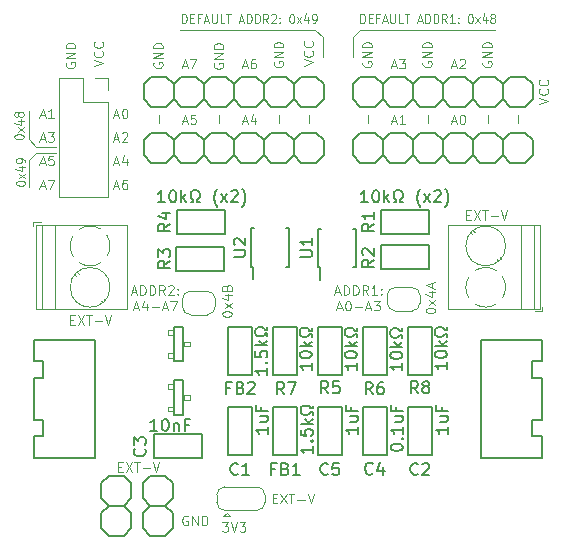
<source format=gbr>
G04 #@! TF.GenerationSoftware,KiCad,Pcbnew,(5.1.5-0-10_14)*
G04 #@! TF.CreationDate,2020-07-06T12:55:30+02:00*
G04 #@! TF.ProjectId,smartcitizen-adc-8ch,736d6172-7463-4697-9469-7a656e2d6164,rev?*
G04 #@! TF.SameCoordinates,Original*
G04 #@! TF.FileFunction,Legend,Top*
G04 #@! TF.FilePolarity,Positive*
%FSLAX46Y46*%
G04 Gerber Fmt 4.6, Leading zero omitted, Abs format (unit mm)*
G04 Created by KiCad (PCBNEW (5.1.5-0-10_14)) date 2020-07-06 12:55:30*
%MOMM*%
%LPD*%
G04 APERTURE LIST*
%ADD10C,0.120000*%
%ADD11C,0.100000*%
%ADD12C,0.127000*%
%ADD13C,0.152400*%
%ADD14C,0.066040*%
%ADD15C,0.150000*%
G04 APERTURE END LIST*
D10*
X137908095Y-98053333D02*
X138289047Y-98053333D01*
X137831904Y-98281904D02*
X138098571Y-97481904D01*
X138365238Y-98281904D01*
X138631904Y-98281904D02*
X138631904Y-97481904D01*
X138822380Y-97481904D01*
X138936666Y-97520000D01*
X139012857Y-97596190D01*
X139050952Y-97672380D01*
X139089047Y-97824761D01*
X139089047Y-97939047D01*
X139050952Y-98091428D01*
X139012857Y-98167619D01*
X138936666Y-98243809D01*
X138822380Y-98281904D01*
X138631904Y-98281904D01*
X139431904Y-98281904D02*
X139431904Y-97481904D01*
X139622380Y-97481904D01*
X139736666Y-97520000D01*
X139812857Y-97596190D01*
X139850952Y-97672380D01*
X139889047Y-97824761D01*
X139889047Y-97939047D01*
X139850952Y-98091428D01*
X139812857Y-98167619D01*
X139736666Y-98243809D01*
X139622380Y-98281904D01*
X139431904Y-98281904D01*
X140689047Y-98281904D02*
X140422380Y-97900952D01*
X140231904Y-98281904D02*
X140231904Y-97481904D01*
X140536666Y-97481904D01*
X140612857Y-97520000D01*
X140650952Y-97558095D01*
X140689047Y-97634285D01*
X140689047Y-97748571D01*
X140650952Y-97824761D01*
X140612857Y-97862857D01*
X140536666Y-97900952D01*
X140231904Y-97900952D01*
X140993809Y-97558095D02*
X141031904Y-97520000D01*
X141108095Y-97481904D01*
X141298571Y-97481904D01*
X141374761Y-97520000D01*
X141412857Y-97558095D01*
X141450952Y-97634285D01*
X141450952Y-97710476D01*
X141412857Y-97824761D01*
X140955714Y-98281904D01*
X141450952Y-98281904D01*
X141793809Y-98205714D02*
X141831904Y-98243809D01*
X141793809Y-98281904D01*
X141755714Y-98243809D01*
X141793809Y-98205714D01*
X141793809Y-98281904D01*
X141793809Y-97786666D02*
X141831904Y-97824761D01*
X141793809Y-97862857D01*
X141755714Y-97824761D01*
X141793809Y-97786666D01*
X141793809Y-97862857D01*
X138079523Y-99373333D02*
X138460476Y-99373333D01*
X138003333Y-99601904D02*
X138270000Y-98801904D01*
X138536666Y-99601904D01*
X139146190Y-99068571D02*
X139146190Y-99601904D01*
X138955714Y-98763809D02*
X138765238Y-99335238D01*
X139260476Y-99335238D01*
X139565238Y-99297142D02*
X140174761Y-99297142D01*
X140517619Y-99373333D02*
X140898571Y-99373333D01*
X140441428Y-99601904D02*
X140708095Y-98801904D01*
X140974761Y-99601904D01*
X141165238Y-98801904D02*
X141698571Y-98801904D01*
X141355714Y-99601904D01*
X155118095Y-98053333D02*
X155499047Y-98053333D01*
X155041904Y-98281904D02*
X155308571Y-97481904D01*
X155575238Y-98281904D01*
X155841904Y-98281904D02*
X155841904Y-97481904D01*
X156032380Y-97481904D01*
X156146666Y-97520000D01*
X156222857Y-97596190D01*
X156260952Y-97672380D01*
X156299047Y-97824761D01*
X156299047Y-97939047D01*
X156260952Y-98091428D01*
X156222857Y-98167619D01*
X156146666Y-98243809D01*
X156032380Y-98281904D01*
X155841904Y-98281904D01*
X156641904Y-98281904D02*
X156641904Y-97481904D01*
X156832380Y-97481904D01*
X156946666Y-97520000D01*
X157022857Y-97596190D01*
X157060952Y-97672380D01*
X157099047Y-97824761D01*
X157099047Y-97939047D01*
X157060952Y-98091428D01*
X157022857Y-98167619D01*
X156946666Y-98243809D01*
X156832380Y-98281904D01*
X156641904Y-98281904D01*
X157899047Y-98281904D02*
X157632380Y-97900952D01*
X157441904Y-98281904D02*
X157441904Y-97481904D01*
X157746666Y-97481904D01*
X157822857Y-97520000D01*
X157860952Y-97558095D01*
X157899047Y-97634285D01*
X157899047Y-97748571D01*
X157860952Y-97824761D01*
X157822857Y-97862857D01*
X157746666Y-97900952D01*
X157441904Y-97900952D01*
X158660952Y-98281904D02*
X158203809Y-98281904D01*
X158432380Y-98281904D02*
X158432380Y-97481904D01*
X158356190Y-97596190D01*
X158280000Y-97672380D01*
X158203809Y-97710476D01*
X159003809Y-98205714D02*
X159041904Y-98243809D01*
X159003809Y-98281904D01*
X158965714Y-98243809D01*
X159003809Y-98205714D01*
X159003809Y-98281904D01*
X159003809Y-97786666D02*
X159041904Y-97824761D01*
X159003809Y-97862857D01*
X158965714Y-97824761D01*
X159003809Y-97786666D01*
X159003809Y-97862857D01*
X155289523Y-99373333D02*
X155670476Y-99373333D01*
X155213333Y-99601904D02*
X155480000Y-98801904D01*
X155746666Y-99601904D01*
X156165714Y-98801904D02*
X156241904Y-98801904D01*
X156318095Y-98840000D01*
X156356190Y-98878095D01*
X156394285Y-98954285D01*
X156432380Y-99106666D01*
X156432380Y-99297142D01*
X156394285Y-99449523D01*
X156356190Y-99525714D01*
X156318095Y-99563809D01*
X156241904Y-99601904D01*
X156165714Y-99601904D01*
X156089523Y-99563809D01*
X156051428Y-99525714D01*
X156013333Y-99449523D01*
X155975238Y-99297142D01*
X155975238Y-99106666D01*
X156013333Y-98954285D01*
X156051428Y-98878095D01*
X156089523Y-98840000D01*
X156165714Y-98801904D01*
X156775238Y-99297142D02*
X157384761Y-99297142D01*
X157727619Y-99373333D02*
X158108571Y-99373333D01*
X157651428Y-99601904D02*
X157918095Y-98801904D01*
X158184761Y-99601904D01*
X158375238Y-98801904D02*
X158870476Y-98801904D01*
X158603809Y-99106666D01*
X158718095Y-99106666D01*
X158794285Y-99144761D01*
X158832380Y-99182857D01*
X158870476Y-99259047D01*
X158870476Y-99449523D01*
X158832380Y-99525714D01*
X158794285Y-99563809D01*
X158718095Y-99601904D01*
X158489523Y-99601904D01*
X158413333Y-99563809D01*
X158375238Y-99525714D01*
D11*
X129794000Y-85725000D02*
X131445000Y-85725000D01*
X129159000Y-85090000D02*
X129159000Y-82677000D01*
X129159000Y-85090000D02*
X129794000Y-85725000D01*
X129794000Y-86233000D02*
X131445000Y-86233000D01*
X129159000Y-86868000D02*
X129159000Y-89154000D01*
X129159000Y-86868000D02*
X129794000Y-86233000D01*
X127958904Y-84930333D02*
X127958904Y-84863666D01*
X127997000Y-84797000D01*
X128035095Y-84763666D01*
X128111285Y-84730333D01*
X128263666Y-84697000D01*
X128454142Y-84697000D01*
X128606523Y-84730333D01*
X128682714Y-84763666D01*
X128720809Y-84797000D01*
X128758904Y-84863666D01*
X128758904Y-84930333D01*
X128720809Y-84997000D01*
X128682714Y-85030333D01*
X128606523Y-85063666D01*
X128454142Y-85097000D01*
X128263666Y-85097000D01*
X128111285Y-85063666D01*
X128035095Y-85030333D01*
X127997000Y-84997000D01*
X127958904Y-84930333D01*
X128758904Y-84463666D02*
X128225571Y-84097000D01*
X128225571Y-84463666D02*
X128758904Y-84097000D01*
X128225571Y-83530333D02*
X128758904Y-83530333D01*
X127920809Y-83697000D02*
X128492238Y-83863666D01*
X128492238Y-83430333D01*
X128301761Y-83063666D02*
X128263666Y-83130333D01*
X128225571Y-83163666D01*
X128149380Y-83197000D01*
X128111285Y-83197000D01*
X128035095Y-83163666D01*
X127997000Y-83130333D01*
X127958904Y-83063666D01*
X127958904Y-82930333D01*
X127997000Y-82863666D01*
X128035095Y-82830333D01*
X128111285Y-82797000D01*
X128149380Y-82797000D01*
X128225571Y-82830333D01*
X128263666Y-82863666D01*
X128301761Y-82930333D01*
X128301761Y-83063666D01*
X128339857Y-83130333D01*
X128377952Y-83163666D01*
X128454142Y-83197000D01*
X128606523Y-83197000D01*
X128682714Y-83163666D01*
X128720809Y-83130333D01*
X128758904Y-83063666D01*
X128758904Y-82930333D01*
X128720809Y-82863666D01*
X128682714Y-82830333D01*
X128606523Y-82797000D01*
X128454142Y-82797000D01*
X128377952Y-82830333D01*
X128339857Y-82863666D01*
X128301761Y-82930333D01*
X128085904Y-88867333D02*
X128085904Y-88800666D01*
X128124000Y-88734000D01*
X128162095Y-88700666D01*
X128238285Y-88667333D01*
X128390666Y-88634000D01*
X128581142Y-88634000D01*
X128733523Y-88667333D01*
X128809714Y-88700666D01*
X128847809Y-88734000D01*
X128885904Y-88800666D01*
X128885904Y-88867333D01*
X128847809Y-88934000D01*
X128809714Y-88967333D01*
X128733523Y-89000666D01*
X128581142Y-89034000D01*
X128390666Y-89034000D01*
X128238285Y-89000666D01*
X128162095Y-88967333D01*
X128124000Y-88934000D01*
X128085904Y-88867333D01*
X128885904Y-88400666D02*
X128352571Y-88034000D01*
X128352571Y-88400666D02*
X128885904Y-88034000D01*
X128352571Y-87467333D02*
X128885904Y-87467333D01*
X128047809Y-87634000D02*
X128619238Y-87800666D01*
X128619238Y-87367333D01*
X128885904Y-87067333D02*
X128885904Y-86934000D01*
X128847809Y-86867333D01*
X128809714Y-86834000D01*
X128695428Y-86767333D01*
X128543047Y-86734000D01*
X128238285Y-86734000D01*
X128162095Y-86767333D01*
X128124000Y-86800666D01*
X128085904Y-86867333D01*
X128085904Y-87000666D01*
X128124000Y-87067333D01*
X128162095Y-87100666D01*
X128238285Y-87134000D01*
X128428761Y-87134000D01*
X128504952Y-87100666D01*
X128543047Y-87067333D01*
X128581142Y-87000666D01*
X128581142Y-86867333D01*
X128543047Y-86800666D01*
X128504952Y-86767333D01*
X128428761Y-86734000D01*
X145541904Y-99932857D02*
X145541904Y-99856666D01*
X145580000Y-99780476D01*
X145618095Y-99742380D01*
X145694285Y-99704285D01*
X145846666Y-99666190D01*
X146037142Y-99666190D01*
X146189523Y-99704285D01*
X146265714Y-99742380D01*
X146303809Y-99780476D01*
X146341904Y-99856666D01*
X146341904Y-99932857D01*
X146303809Y-100009047D01*
X146265714Y-100047142D01*
X146189523Y-100085238D01*
X146037142Y-100123333D01*
X145846666Y-100123333D01*
X145694285Y-100085238D01*
X145618095Y-100047142D01*
X145580000Y-100009047D01*
X145541904Y-99932857D01*
X146341904Y-99399523D02*
X145808571Y-98980476D01*
X145808571Y-99399523D02*
X146341904Y-98980476D01*
X145808571Y-98332857D02*
X146341904Y-98332857D01*
X145503809Y-98523333D02*
X146075238Y-98713809D01*
X146075238Y-98218571D01*
X145922857Y-97647142D02*
X145960952Y-97532857D01*
X145999047Y-97494761D01*
X146075238Y-97456666D01*
X146189523Y-97456666D01*
X146265714Y-97494761D01*
X146303809Y-97532857D01*
X146341904Y-97609047D01*
X146341904Y-97913809D01*
X145541904Y-97913809D01*
X145541904Y-97647142D01*
X145580000Y-97570952D01*
X145618095Y-97532857D01*
X145694285Y-97494761D01*
X145770476Y-97494761D01*
X145846666Y-97532857D01*
X145884761Y-97570952D01*
X145922857Y-97647142D01*
X145922857Y-97913809D01*
X162781904Y-99655714D02*
X162781904Y-99579523D01*
X162820000Y-99503333D01*
X162858095Y-99465238D01*
X162934285Y-99427142D01*
X163086666Y-99389047D01*
X163277142Y-99389047D01*
X163429523Y-99427142D01*
X163505714Y-99465238D01*
X163543809Y-99503333D01*
X163581904Y-99579523D01*
X163581904Y-99655714D01*
X163543809Y-99731904D01*
X163505714Y-99770000D01*
X163429523Y-99808095D01*
X163277142Y-99846190D01*
X163086666Y-99846190D01*
X162934285Y-99808095D01*
X162858095Y-99770000D01*
X162820000Y-99731904D01*
X162781904Y-99655714D01*
X163581904Y-99122380D02*
X163048571Y-98703333D01*
X163048571Y-99122380D02*
X163581904Y-98703333D01*
X163048571Y-98055714D02*
X163581904Y-98055714D01*
X162743809Y-98246190D02*
X163315238Y-98436666D01*
X163315238Y-97941428D01*
X163353333Y-97674761D02*
X163353333Y-97293809D01*
X163581904Y-97750952D02*
X162781904Y-97484285D01*
X163581904Y-97217619D01*
X154051000Y-76454000D02*
X154051000Y-78105000D01*
X153416000Y-75819000D02*
X154051000Y-76454000D01*
X153416000Y-75819000D02*
X141986000Y-75819000D01*
X156591000Y-76454000D02*
X156591000Y-78105000D01*
X157226000Y-75819000D02*
X156591000Y-76454000D01*
X157226000Y-75819000D02*
X168656000Y-75819000D01*
X142144666Y-75291904D02*
X142144666Y-74491904D01*
X142311333Y-74491904D01*
X142411333Y-74530000D01*
X142478000Y-74606190D01*
X142511333Y-74682380D01*
X142544666Y-74834761D01*
X142544666Y-74949047D01*
X142511333Y-75101428D01*
X142478000Y-75177619D01*
X142411333Y-75253809D01*
X142311333Y-75291904D01*
X142144666Y-75291904D01*
X142844666Y-74872857D02*
X143078000Y-74872857D01*
X143178000Y-75291904D02*
X142844666Y-75291904D01*
X142844666Y-74491904D01*
X143178000Y-74491904D01*
X143711333Y-74872857D02*
X143478000Y-74872857D01*
X143478000Y-75291904D02*
X143478000Y-74491904D01*
X143811333Y-74491904D01*
X144044666Y-75063333D02*
X144378000Y-75063333D01*
X143978000Y-75291904D02*
X144211333Y-74491904D01*
X144444666Y-75291904D01*
X144678000Y-74491904D02*
X144678000Y-75139523D01*
X144711333Y-75215714D01*
X144744666Y-75253809D01*
X144811333Y-75291904D01*
X144944666Y-75291904D01*
X145011333Y-75253809D01*
X145044666Y-75215714D01*
X145078000Y-75139523D01*
X145078000Y-74491904D01*
X145744666Y-75291904D02*
X145411333Y-75291904D01*
X145411333Y-74491904D01*
X145878000Y-74491904D02*
X146278000Y-74491904D01*
X146078000Y-75291904D02*
X146078000Y-74491904D01*
X147011333Y-75063333D02*
X147344666Y-75063333D01*
X146944666Y-75291904D02*
X147178000Y-74491904D01*
X147411333Y-75291904D01*
X147644666Y-75291904D02*
X147644666Y-74491904D01*
X147811333Y-74491904D01*
X147911333Y-74530000D01*
X147978000Y-74606190D01*
X148011333Y-74682380D01*
X148044666Y-74834761D01*
X148044666Y-74949047D01*
X148011333Y-75101428D01*
X147978000Y-75177619D01*
X147911333Y-75253809D01*
X147811333Y-75291904D01*
X147644666Y-75291904D01*
X148344666Y-75291904D02*
X148344666Y-74491904D01*
X148511333Y-74491904D01*
X148611333Y-74530000D01*
X148678000Y-74606190D01*
X148711333Y-74682380D01*
X148744666Y-74834761D01*
X148744666Y-74949047D01*
X148711333Y-75101428D01*
X148678000Y-75177619D01*
X148611333Y-75253809D01*
X148511333Y-75291904D01*
X148344666Y-75291904D01*
X149444666Y-75291904D02*
X149211333Y-74910952D01*
X149044666Y-75291904D02*
X149044666Y-74491904D01*
X149311333Y-74491904D01*
X149378000Y-74530000D01*
X149411333Y-74568095D01*
X149444666Y-74644285D01*
X149444666Y-74758571D01*
X149411333Y-74834761D01*
X149378000Y-74872857D01*
X149311333Y-74910952D01*
X149044666Y-74910952D01*
X149711333Y-74568095D02*
X149744666Y-74530000D01*
X149811333Y-74491904D01*
X149978000Y-74491904D01*
X150044666Y-74530000D01*
X150078000Y-74568095D01*
X150111333Y-74644285D01*
X150111333Y-74720476D01*
X150078000Y-74834761D01*
X149678000Y-75291904D01*
X150111333Y-75291904D01*
X150411333Y-75215714D02*
X150444666Y-75253809D01*
X150411333Y-75291904D01*
X150378000Y-75253809D01*
X150411333Y-75215714D01*
X150411333Y-75291904D01*
X150411333Y-74796666D02*
X150444666Y-74834761D01*
X150411333Y-74872857D01*
X150378000Y-74834761D01*
X150411333Y-74796666D01*
X150411333Y-74872857D01*
X151411333Y-74491904D02*
X151478000Y-74491904D01*
X151544666Y-74530000D01*
X151578000Y-74568095D01*
X151611333Y-74644285D01*
X151644666Y-74796666D01*
X151644666Y-74987142D01*
X151611333Y-75139523D01*
X151578000Y-75215714D01*
X151544666Y-75253809D01*
X151478000Y-75291904D01*
X151411333Y-75291904D01*
X151344666Y-75253809D01*
X151311333Y-75215714D01*
X151278000Y-75139523D01*
X151244666Y-74987142D01*
X151244666Y-74796666D01*
X151278000Y-74644285D01*
X151311333Y-74568095D01*
X151344666Y-74530000D01*
X151411333Y-74491904D01*
X151878000Y-75291904D02*
X152244666Y-74758571D01*
X151878000Y-74758571D02*
X152244666Y-75291904D01*
X152811333Y-74758571D02*
X152811333Y-75291904D01*
X152644666Y-74453809D02*
X152478000Y-75025238D01*
X152911333Y-75025238D01*
X153211333Y-75291904D02*
X153344666Y-75291904D01*
X153411333Y-75253809D01*
X153444666Y-75215714D01*
X153511333Y-75101428D01*
X153544666Y-74949047D01*
X153544666Y-74644285D01*
X153511333Y-74568095D01*
X153478000Y-74530000D01*
X153411333Y-74491904D01*
X153278000Y-74491904D01*
X153211333Y-74530000D01*
X153178000Y-74568095D01*
X153144666Y-74644285D01*
X153144666Y-74834761D01*
X153178000Y-74910952D01*
X153211333Y-74949047D01*
X153278000Y-74987142D01*
X153411333Y-74987142D01*
X153478000Y-74949047D01*
X153511333Y-74910952D01*
X153544666Y-74834761D01*
X157257666Y-75291904D02*
X157257666Y-74491904D01*
X157424333Y-74491904D01*
X157524333Y-74530000D01*
X157591000Y-74606190D01*
X157624333Y-74682380D01*
X157657666Y-74834761D01*
X157657666Y-74949047D01*
X157624333Y-75101428D01*
X157591000Y-75177619D01*
X157524333Y-75253809D01*
X157424333Y-75291904D01*
X157257666Y-75291904D01*
X157957666Y-74872857D02*
X158191000Y-74872857D01*
X158291000Y-75291904D02*
X157957666Y-75291904D01*
X157957666Y-74491904D01*
X158291000Y-74491904D01*
X158824333Y-74872857D02*
X158591000Y-74872857D01*
X158591000Y-75291904D02*
X158591000Y-74491904D01*
X158924333Y-74491904D01*
X159157666Y-75063333D02*
X159491000Y-75063333D01*
X159091000Y-75291904D02*
X159324333Y-74491904D01*
X159557666Y-75291904D01*
X159791000Y-74491904D02*
X159791000Y-75139523D01*
X159824333Y-75215714D01*
X159857666Y-75253809D01*
X159924333Y-75291904D01*
X160057666Y-75291904D01*
X160124333Y-75253809D01*
X160157666Y-75215714D01*
X160191000Y-75139523D01*
X160191000Y-74491904D01*
X160857666Y-75291904D02*
X160524333Y-75291904D01*
X160524333Y-74491904D01*
X160991000Y-74491904D02*
X161391000Y-74491904D01*
X161191000Y-75291904D02*
X161191000Y-74491904D01*
X162124333Y-75063333D02*
X162457666Y-75063333D01*
X162057666Y-75291904D02*
X162291000Y-74491904D01*
X162524333Y-75291904D01*
X162757666Y-75291904D02*
X162757666Y-74491904D01*
X162924333Y-74491904D01*
X163024333Y-74530000D01*
X163091000Y-74606190D01*
X163124333Y-74682380D01*
X163157666Y-74834761D01*
X163157666Y-74949047D01*
X163124333Y-75101428D01*
X163091000Y-75177619D01*
X163024333Y-75253809D01*
X162924333Y-75291904D01*
X162757666Y-75291904D01*
X163457666Y-75291904D02*
X163457666Y-74491904D01*
X163624333Y-74491904D01*
X163724333Y-74530000D01*
X163791000Y-74606190D01*
X163824333Y-74682380D01*
X163857666Y-74834761D01*
X163857666Y-74949047D01*
X163824333Y-75101428D01*
X163791000Y-75177619D01*
X163724333Y-75253809D01*
X163624333Y-75291904D01*
X163457666Y-75291904D01*
X164557666Y-75291904D02*
X164324333Y-74910952D01*
X164157666Y-75291904D02*
X164157666Y-74491904D01*
X164424333Y-74491904D01*
X164491000Y-74530000D01*
X164524333Y-74568095D01*
X164557666Y-74644285D01*
X164557666Y-74758571D01*
X164524333Y-74834761D01*
X164491000Y-74872857D01*
X164424333Y-74910952D01*
X164157666Y-74910952D01*
X165224333Y-75291904D02*
X164824333Y-75291904D01*
X165024333Y-75291904D02*
X165024333Y-74491904D01*
X164957666Y-74606190D01*
X164891000Y-74682380D01*
X164824333Y-74720476D01*
X165524333Y-75215714D02*
X165557666Y-75253809D01*
X165524333Y-75291904D01*
X165491000Y-75253809D01*
X165524333Y-75215714D01*
X165524333Y-75291904D01*
X165524333Y-74796666D02*
X165557666Y-74834761D01*
X165524333Y-74872857D01*
X165491000Y-74834761D01*
X165524333Y-74796666D01*
X165524333Y-74872857D01*
X166524333Y-74491904D02*
X166591000Y-74491904D01*
X166657666Y-74530000D01*
X166691000Y-74568095D01*
X166724333Y-74644285D01*
X166757666Y-74796666D01*
X166757666Y-74987142D01*
X166724333Y-75139523D01*
X166691000Y-75215714D01*
X166657666Y-75253809D01*
X166591000Y-75291904D01*
X166524333Y-75291904D01*
X166457666Y-75253809D01*
X166424333Y-75215714D01*
X166391000Y-75139523D01*
X166357666Y-74987142D01*
X166357666Y-74796666D01*
X166391000Y-74644285D01*
X166424333Y-74568095D01*
X166457666Y-74530000D01*
X166524333Y-74491904D01*
X166991000Y-75291904D02*
X167357666Y-74758571D01*
X166991000Y-74758571D02*
X167357666Y-75291904D01*
X167924333Y-74758571D02*
X167924333Y-75291904D01*
X167757666Y-74453809D02*
X167591000Y-75025238D01*
X168024333Y-75025238D01*
X168391000Y-74834761D02*
X168324333Y-74796666D01*
X168291000Y-74758571D01*
X168257666Y-74682380D01*
X168257666Y-74644285D01*
X168291000Y-74568095D01*
X168324333Y-74530000D01*
X168391000Y-74491904D01*
X168524333Y-74491904D01*
X168591000Y-74530000D01*
X168624333Y-74568095D01*
X168657666Y-74644285D01*
X168657666Y-74682380D01*
X168624333Y-74758571D01*
X168591000Y-74796666D01*
X168524333Y-74834761D01*
X168391000Y-74834761D01*
X168324333Y-74872857D01*
X168291000Y-74910952D01*
X168257666Y-74987142D01*
X168257666Y-75139523D01*
X168291000Y-75215714D01*
X168324333Y-75253809D01*
X168391000Y-75291904D01*
X168524333Y-75291904D01*
X168591000Y-75253809D01*
X168624333Y-75215714D01*
X168657666Y-75139523D01*
X168657666Y-74987142D01*
X168624333Y-74910952D01*
X168591000Y-74872857D01*
X168524333Y-74834761D01*
X142181650Y-83592653D02*
X142562602Y-83592653D01*
X142105459Y-83821224D02*
X142372126Y-83021224D01*
X142638793Y-83821224D01*
X143286412Y-83021224D02*
X142905459Y-83021224D01*
X142867364Y-83402177D01*
X142905459Y-83364081D01*
X142981650Y-83325986D01*
X143172126Y-83325986D01*
X143248317Y-83364081D01*
X143286412Y-83402177D01*
X143324507Y-83478367D01*
X143324507Y-83668843D01*
X143286412Y-83745034D01*
X143248317Y-83783129D01*
X143172126Y-83821224D01*
X142981650Y-83821224D01*
X142905459Y-83783129D01*
X142867364Y-83745034D01*
X142181650Y-78880953D02*
X142562602Y-78880953D01*
X142105459Y-79109524D02*
X142372126Y-78309524D01*
X142638793Y-79109524D01*
X142829269Y-78309524D02*
X143362602Y-78309524D01*
X143019745Y-79109524D01*
X147261650Y-78880953D02*
X147642602Y-78880953D01*
X147185459Y-79109524D02*
X147452126Y-78309524D01*
X147718793Y-79109524D01*
X148328317Y-78309524D02*
X148175936Y-78309524D01*
X148099745Y-78347620D01*
X148061650Y-78385715D01*
X147985459Y-78500000D01*
X147947364Y-78652381D01*
X147947364Y-78957143D01*
X147985459Y-79033334D01*
X148023555Y-79071429D01*
X148099745Y-79109524D01*
X148252126Y-79109524D01*
X148328317Y-79071429D01*
X148366412Y-79033334D01*
X148404507Y-78957143D01*
X148404507Y-78766667D01*
X148366412Y-78690477D01*
X148328317Y-78652381D01*
X148252126Y-78614286D01*
X148099745Y-78614286D01*
X148023555Y-78652381D01*
X147985459Y-78690477D01*
X147947364Y-78766667D01*
X147261650Y-83592653D02*
X147642602Y-83592653D01*
X147185459Y-83821224D02*
X147452126Y-83021224D01*
X147718793Y-83821224D01*
X148328317Y-83287891D02*
X148328317Y-83821224D01*
X148137840Y-82983129D02*
X147947364Y-83554558D01*
X148442602Y-83554558D01*
X159880370Y-83592653D02*
X160261322Y-83592653D01*
X159804179Y-83821224D02*
X160070846Y-83021224D01*
X160337513Y-83821224D01*
X161023227Y-83821224D02*
X160566084Y-83821224D01*
X160794656Y-83821224D02*
X160794656Y-83021224D01*
X160718465Y-83135510D01*
X160642275Y-83211700D01*
X160566084Y-83249796D01*
X159880370Y-78880953D02*
X160261322Y-78880953D01*
X159804179Y-79109524D02*
X160070846Y-78309524D01*
X160337513Y-79109524D01*
X160527989Y-78309524D02*
X161023227Y-78309524D01*
X160756560Y-78614286D01*
X160870846Y-78614286D01*
X160947037Y-78652381D01*
X160985132Y-78690477D01*
X161023227Y-78766667D01*
X161023227Y-78957143D01*
X160985132Y-79033334D01*
X160947037Y-79071429D01*
X160870846Y-79109524D01*
X160642275Y-79109524D01*
X160566084Y-79071429D01*
X160527989Y-79033334D01*
X164960370Y-78880953D02*
X165341322Y-78880953D01*
X164884179Y-79109524D02*
X165150846Y-78309524D01*
X165417513Y-79109524D01*
X165646084Y-78385715D02*
X165684179Y-78347620D01*
X165760370Y-78309524D01*
X165950846Y-78309524D01*
X166027037Y-78347620D01*
X166065132Y-78385715D01*
X166103227Y-78461905D01*
X166103227Y-78538096D01*
X166065132Y-78652381D01*
X165607989Y-79109524D01*
X166103227Y-79109524D01*
X164960370Y-83592653D02*
X165341322Y-83592653D01*
X164884179Y-83821224D02*
X165150846Y-83021224D01*
X165417513Y-83821224D01*
X165836560Y-83021224D02*
X165912751Y-83021224D01*
X165988941Y-83059320D01*
X166027037Y-83097415D01*
X166065132Y-83173605D01*
X166103227Y-83325986D01*
X166103227Y-83516462D01*
X166065132Y-83668843D01*
X166027037Y-83745034D01*
X165988941Y-83783129D01*
X165912751Y-83821224D01*
X165836560Y-83821224D01*
X165760370Y-83783129D01*
X165722275Y-83745034D01*
X165684179Y-83668843D01*
X165646084Y-83516462D01*
X165646084Y-83325986D01*
X165684179Y-83173605D01*
X165722275Y-83097415D01*
X165760370Y-83059320D01*
X165836560Y-83021224D01*
X166198761Y-91509857D02*
X166465428Y-91509857D01*
X166579714Y-91928904D02*
X166198761Y-91928904D01*
X166198761Y-91128904D01*
X166579714Y-91128904D01*
X166846380Y-91128904D02*
X167379714Y-91928904D01*
X167379714Y-91128904D02*
X166846380Y-91928904D01*
X167570190Y-91128904D02*
X168027333Y-91128904D01*
X167798761Y-91928904D02*
X167798761Y-91128904D01*
X168294000Y-91624142D02*
X168903523Y-91624142D01*
X169170190Y-91128904D02*
X169436857Y-91928904D01*
X169703523Y-91128904D01*
X132670761Y-100399857D02*
X132937428Y-100399857D01*
X133051714Y-100818904D02*
X132670761Y-100818904D01*
X132670761Y-100018904D01*
X133051714Y-100018904D01*
X133318380Y-100018904D02*
X133851714Y-100818904D01*
X133851714Y-100018904D02*
X133318380Y-100818904D01*
X134042190Y-100018904D02*
X134499333Y-100018904D01*
X134270761Y-100818904D02*
X134270761Y-100018904D01*
X134766000Y-100514142D02*
X135375523Y-100514142D01*
X135642190Y-100018904D02*
X135908857Y-100818904D01*
X136175523Y-100018904D01*
X149815761Y-115512857D02*
X150082428Y-115512857D01*
X150196714Y-115931904D02*
X149815761Y-115931904D01*
X149815761Y-115131904D01*
X150196714Y-115131904D01*
X150463380Y-115131904D02*
X150996714Y-115931904D01*
X150996714Y-115131904D02*
X150463380Y-115931904D01*
X151187190Y-115131904D02*
X151644333Y-115131904D01*
X151415761Y-115931904D02*
X151415761Y-115131904D01*
X151911000Y-115627142D02*
X152520523Y-115627142D01*
X152787190Y-115131904D02*
X153053857Y-115931904D01*
X153320523Y-115131904D01*
X145567523Y-117544904D02*
X146062761Y-117544904D01*
X145796095Y-117849666D01*
X145910380Y-117849666D01*
X145986571Y-117887761D01*
X146024666Y-117925857D01*
X146062761Y-118002047D01*
X146062761Y-118192523D01*
X146024666Y-118268714D01*
X145986571Y-118306809D01*
X145910380Y-118344904D01*
X145681809Y-118344904D01*
X145605619Y-118306809D01*
X145567523Y-118268714D01*
X146291333Y-117544904D02*
X146558000Y-118344904D01*
X146824666Y-117544904D01*
X147015142Y-117544904D02*
X147510380Y-117544904D01*
X147243714Y-117849666D01*
X147358000Y-117849666D01*
X147434190Y-117887761D01*
X147472285Y-117925857D01*
X147510380Y-118002047D01*
X147510380Y-118192523D01*
X147472285Y-118268714D01*
X147434190Y-118306809D01*
X147358000Y-118344904D01*
X147129428Y-118344904D01*
X147053238Y-118306809D01*
X147015142Y-118268714D01*
X142621076Y-116998800D02*
X142544885Y-116960704D01*
X142430600Y-116960704D01*
X142316314Y-116998800D01*
X142240123Y-117074990D01*
X142202028Y-117151180D01*
X142163933Y-117303561D01*
X142163933Y-117417847D01*
X142202028Y-117570228D01*
X142240123Y-117646419D01*
X142316314Y-117722609D01*
X142430600Y-117760704D01*
X142506790Y-117760704D01*
X142621076Y-117722609D01*
X142659171Y-117684514D01*
X142659171Y-117417847D01*
X142506790Y-117417847D01*
X143002028Y-117760704D02*
X143002028Y-116960704D01*
X143459171Y-117760704D01*
X143459171Y-116960704D01*
X143840123Y-117760704D02*
X143840123Y-116960704D01*
X144030600Y-116960704D01*
X144144885Y-116998800D01*
X144221076Y-117074990D01*
X144259171Y-117151180D01*
X144297266Y-117303561D01*
X144297266Y-117417847D01*
X144259171Y-117570228D01*
X144221076Y-117646419D01*
X144144885Y-117722609D01*
X144030600Y-117760704D01*
X143840123Y-117760704D01*
X136734761Y-112845857D02*
X137001428Y-112845857D01*
X137115714Y-113264904D02*
X136734761Y-113264904D01*
X136734761Y-112464904D01*
X137115714Y-112464904D01*
X137382380Y-112464904D02*
X137915714Y-113264904D01*
X137915714Y-112464904D02*
X137382380Y-113264904D01*
X138106190Y-112464904D02*
X138563333Y-112464904D01*
X138334761Y-113264904D02*
X138334761Y-112464904D01*
X138830000Y-112960142D02*
X139439523Y-112960142D01*
X139706190Y-112464904D02*
X139972857Y-113264904D01*
X140239523Y-112464904D01*
X170606720Y-83058000D02*
X170606720Y-83693000D01*
X168066720Y-83058000D02*
X168066720Y-83693000D01*
X162986720Y-83058000D02*
X162986720Y-83693000D01*
X157906720Y-83058000D02*
X157906720Y-83693000D01*
X140208000Y-83058000D02*
X140208000Y-83693000D01*
X145288000Y-83058000D02*
X145288000Y-83693000D01*
X152908000Y-83058000D02*
X152908000Y-83693000D01*
X150368000Y-83058000D02*
X150368000Y-83693000D01*
X167621000Y-78551963D02*
X167582904Y-78628154D01*
X167582904Y-78742440D01*
X167621000Y-78856725D01*
X167697190Y-78932916D01*
X167773380Y-78971011D01*
X167925761Y-79009106D01*
X168040047Y-79009106D01*
X168192428Y-78971011D01*
X168268619Y-78932916D01*
X168344809Y-78856725D01*
X168382904Y-78742440D01*
X168382904Y-78666249D01*
X168344809Y-78551963D01*
X168306714Y-78513868D01*
X168040047Y-78513868D01*
X168040047Y-78666249D01*
X168382904Y-78171011D02*
X167582904Y-78171011D01*
X168382904Y-77713868D01*
X167582904Y-77713868D01*
X168382904Y-77332916D02*
X167582904Y-77332916D01*
X167582904Y-77142440D01*
X167621000Y-77028154D01*
X167697190Y-76951963D01*
X167773380Y-76913868D01*
X167925761Y-76875773D01*
X168040047Y-76875773D01*
X168192428Y-76913868D01*
X168268619Y-76951963D01*
X168344809Y-77028154D01*
X168382904Y-77142440D01*
X168382904Y-77332916D01*
X162541000Y-78551963D02*
X162502904Y-78628154D01*
X162502904Y-78742440D01*
X162541000Y-78856725D01*
X162617190Y-78932916D01*
X162693380Y-78971011D01*
X162845761Y-79009106D01*
X162960047Y-79009106D01*
X163112428Y-78971011D01*
X163188619Y-78932916D01*
X163264809Y-78856725D01*
X163302904Y-78742440D01*
X163302904Y-78666249D01*
X163264809Y-78551963D01*
X163226714Y-78513868D01*
X162960047Y-78513868D01*
X162960047Y-78666249D01*
X163302904Y-78171011D02*
X162502904Y-78171011D01*
X163302904Y-77713868D01*
X162502904Y-77713868D01*
X163302904Y-77332916D02*
X162502904Y-77332916D01*
X162502904Y-77142440D01*
X162541000Y-77028154D01*
X162617190Y-76951963D01*
X162693380Y-76913868D01*
X162845761Y-76875773D01*
X162960047Y-76875773D01*
X163112428Y-76913868D01*
X163188619Y-76951963D01*
X163264809Y-77028154D01*
X163302904Y-77142440D01*
X163302904Y-77332916D01*
X157461000Y-78551963D02*
X157422904Y-78628154D01*
X157422904Y-78742440D01*
X157461000Y-78856725D01*
X157537190Y-78932916D01*
X157613380Y-78971011D01*
X157765761Y-79009106D01*
X157880047Y-79009106D01*
X158032428Y-78971011D01*
X158108619Y-78932916D01*
X158184809Y-78856725D01*
X158222904Y-78742440D01*
X158222904Y-78666249D01*
X158184809Y-78551963D01*
X158146714Y-78513868D01*
X157880047Y-78513868D01*
X157880047Y-78666249D01*
X158222904Y-78171011D02*
X157422904Y-78171011D01*
X158222904Y-77713868D01*
X157422904Y-77713868D01*
X158222904Y-77332916D02*
X157422904Y-77332916D01*
X157422904Y-77142440D01*
X157461000Y-77028154D01*
X157537190Y-76951963D01*
X157613380Y-76913868D01*
X157765761Y-76875773D01*
X157880047Y-76875773D01*
X158032428Y-76913868D01*
X158108619Y-76951963D01*
X158184809Y-77028154D01*
X158222904Y-77142440D01*
X158222904Y-77332916D01*
X149968000Y-78551963D02*
X149929904Y-78628154D01*
X149929904Y-78742440D01*
X149968000Y-78856725D01*
X150044190Y-78932916D01*
X150120380Y-78971011D01*
X150272761Y-79009106D01*
X150387047Y-79009106D01*
X150539428Y-78971011D01*
X150615619Y-78932916D01*
X150691809Y-78856725D01*
X150729904Y-78742440D01*
X150729904Y-78666249D01*
X150691809Y-78551963D01*
X150653714Y-78513868D01*
X150387047Y-78513868D01*
X150387047Y-78666249D01*
X150729904Y-78171011D02*
X149929904Y-78171011D01*
X150729904Y-77713868D01*
X149929904Y-77713868D01*
X150729904Y-77332916D02*
X149929904Y-77332916D01*
X149929904Y-77142440D01*
X149968000Y-77028154D01*
X150044190Y-76951963D01*
X150120380Y-76913868D01*
X150272761Y-76875773D01*
X150387047Y-76875773D01*
X150539428Y-76913868D01*
X150615619Y-76951963D01*
X150691809Y-77028154D01*
X150729904Y-77142440D01*
X150729904Y-77332916D01*
X144857520Y-78658643D02*
X144819424Y-78734834D01*
X144819424Y-78849120D01*
X144857520Y-78963405D01*
X144933710Y-79039596D01*
X145009900Y-79077691D01*
X145162281Y-79115786D01*
X145276567Y-79115786D01*
X145428948Y-79077691D01*
X145505139Y-79039596D01*
X145581329Y-78963405D01*
X145619424Y-78849120D01*
X145619424Y-78772929D01*
X145581329Y-78658643D01*
X145543234Y-78620548D01*
X145276567Y-78620548D01*
X145276567Y-78772929D01*
X145619424Y-78277691D02*
X144819424Y-78277691D01*
X145619424Y-77820548D01*
X144819424Y-77820548D01*
X145619424Y-77439596D02*
X144819424Y-77439596D01*
X144819424Y-77249120D01*
X144857520Y-77134834D01*
X144933710Y-77058643D01*
X145009900Y-77020548D01*
X145162281Y-76982453D01*
X145276567Y-76982453D01*
X145428948Y-77020548D01*
X145505139Y-77058643D01*
X145581329Y-77134834D01*
X145619424Y-77249120D01*
X145619424Y-77439596D01*
X139762280Y-78612923D02*
X139724184Y-78689114D01*
X139724184Y-78803400D01*
X139762280Y-78917685D01*
X139838470Y-78993876D01*
X139914660Y-79031971D01*
X140067041Y-79070066D01*
X140181327Y-79070066D01*
X140333708Y-79031971D01*
X140409899Y-78993876D01*
X140486089Y-78917685D01*
X140524184Y-78803400D01*
X140524184Y-78727209D01*
X140486089Y-78612923D01*
X140447994Y-78574828D01*
X140181327Y-78574828D01*
X140181327Y-78727209D01*
X140524184Y-78231971D02*
X139724184Y-78231971D01*
X140524184Y-77774828D01*
X139724184Y-77774828D01*
X140524184Y-77393876D02*
X139724184Y-77393876D01*
X139724184Y-77203400D01*
X139762280Y-77089114D01*
X139838470Y-77012923D01*
X139914660Y-76974828D01*
X140067041Y-76936733D01*
X140181327Y-76936733D01*
X140333708Y-76974828D01*
X140409899Y-77012923D01*
X140486089Y-77089114D01*
X140524184Y-77203400D01*
X140524184Y-77393876D01*
X132365800Y-78612923D02*
X132327704Y-78689114D01*
X132327704Y-78803400D01*
X132365800Y-78917685D01*
X132441990Y-78993876D01*
X132518180Y-79031971D01*
X132670561Y-79070066D01*
X132784847Y-79070066D01*
X132937228Y-79031971D01*
X133013419Y-78993876D01*
X133089609Y-78917685D01*
X133127704Y-78803400D01*
X133127704Y-78727209D01*
X133089609Y-78612923D01*
X133051514Y-78574828D01*
X132784847Y-78574828D01*
X132784847Y-78727209D01*
X133127704Y-78231971D02*
X132327704Y-78231971D01*
X133127704Y-77774828D01*
X132327704Y-77774828D01*
X133127704Y-77393876D02*
X132327704Y-77393876D01*
X132327704Y-77203400D01*
X132365800Y-77089114D01*
X132441990Y-77012923D01*
X132518180Y-76974828D01*
X132670561Y-76936733D01*
X132784847Y-76936733D01*
X132937228Y-76974828D01*
X133013419Y-77012923D01*
X133089609Y-77089114D01*
X133127704Y-77203400D01*
X133127704Y-77393876D01*
X130147131Y-83084653D02*
X130528083Y-83084653D01*
X130070940Y-83313224D02*
X130337607Y-82513224D01*
X130604274Y-83313224D01*
X131289988Y-83313224D02*
X130832845Y-83313224D01*
X131061417Y-83313224D02*
X131061417Y-82513224D01*
X130985226Y-82627510D01*
X130909036Y-82703700D01*
X130832845Y-82741796D01*
X130147131Y-85084479D02*
X130528083Y-85084479D01*
X130070940Y-85313050D02*
X130337607Y-84513050D01*
X130604274Y-85313050D01*
X130794750Y-84513050D02*
X131289988Y-84513050D01*
X131023321Y-84817812D01*
X131137607Y-84817812D01*
X131213798Y-84855907D01*
X131251893Y-84894003D01*
X131289988Y-84970193D01*
X131289988Y-85160669D01*
X131251893Y-85236860D01*
X131213798Y-85274955D01*
X131137607Y-85313050D01*
X130909036Y-85313050D01*
X130832845Y-85274955D01*
X130794750Y-85236860D01*
X130147131Y-87084305D02*
X130528083Y-87084305D01*
X130070940Y-87312876D02*
X130337607Y-86512876D01*
X130604274Y-87312876D01*
X131251893Y-86512876D02*
X130870940Y-86512876D01*
X130832845Y-86893829D01*
X130870940Y-86855733D01*
X130947131Y-86817638D01*
X131137607Y-86817638D01*
X131213798Y-86855733D01*
X131251893Y-86893829D01*
X131289988Y-86970019D01*
X131289988Y-87160495D01*
X131251893Y-87236686D01*
X131213798Y-87274781D01*
X131137607Y-87312876D01*
X130947131Y-87312876D01*
X130870940Y-87274781D01*
X130832845Y-87236686D01*
X130147131Y-89084133D02*
X130528083Y-89084133D01*
X130070940Y-89312704D02*
X130337607Y-88512704D01*
X130604274Y-89312704D01*
X130794750Y-88512704D02*
X131328083Y-88512704D01*
X130985226Y-89312704D01*
X136385370Y-89084133D02*
X136766322Y-89084133D01*
X136309179Y-89312704D02*
X136575846Y-88512704D01*
X136842513Y-89312704D01*
X137452037Y-88512704D02*
X137299656Y-88512704D01*
X137223465Y-88550800D01*
X137185370Y-88588895D01*
X137109179Y-88703180D01*
X137071084Y-88855561D01*
X137071084Y-89160323D01*
X137109179Y-89236514D01*
X137147275Y-89274609D01*
X137223465Y-89312704D01*
X137375846Y-89312704D01*
X137452037Y-89274609D01*
X137490132Y-89236514D01*
X137528227Y-89160323D01*
X137528227Y-88969847D01*
X137490132Y-88893657D01*
X137452037Y-88855561D01*
X137375846Y-88817466D01*
X137223465Y-88817466D01*
X137147275Y-88855561D01*
X137109179Y-88893657D01*
X137071084Y-88969847D01*
X136385370Y-87084305D02*
X136766322Y-87084305D01*
X136309179Y-87312876D02*
X136575846Y-86512876D01*
X136842513Y-87312876D01*
X137452037Y-86779543D02*
X137452037Y-87312876D01*
X137261560Y-86474781D02*
X137071084Y-87046210D01*
X137566322Y-87046210D01*
X136385370Y-85084479D02*
X136766322Y-85084479D01*
X136309179Y-85313050D02*
X136575846Y-84513050D01*
X136842513Y-85313050D01*
X137071084Y-84589241D02*
X137109179Y-84551146D01*
X137185370Y-84513050D01*
X137375846Y-84513050D01*
X137452037Y-84551146D01*
X137490132Y-84589241D01*
X137528227Y-84665431D01*
X137528227Y-84741622D01*
X137490132Y-84855907D01*
X137032989Y-85313050D01*
X137528227Y-85313050D01*
X136385370Y-83084653D02*
X136766322Y-83084653D01*
X136309179Y-83313224D02*
X136575846Y-82513224D01*
X136842513Y-83313224D01*
X137261560Y-82513224D02*
X137337751Y-82513224D01*
X137413941Y-82551320D01*
X137452037Y-82589415D01*
X137490132Y-82665605D01*
X137528227Y-82817986D01*
X137528227Y-83008462D01*
X137490132Y-83160843D01*
X137452037Y-83237034D01*
X137413941Y-83275129D01*
X137337751Y-83313224D01*
X137261560Y-83313224D01*
X137185370Y-83275129D01*
X137147275Y-83237034D01*
X137109179Y-83160843D01*
X137071084Y-83008462D01*
X137071084Y-82817986D01*
X137109179Y-82665605D01*
X137147275Y-82589415D01*
X137185370Y-82551320D01*
X137261560Y-82513224D01*
X134674664Y-78922746D02*
X135474664Y-78656080D01*
X134674664Y-78389413D01*
X135398474Y-77665603D02*
X135436569Y-77703699D01*
X135474664Y-77817984D01*
X135474664Y-77894175D01*
X135436569Y-78008460D01*
X135360379Y-78084651D01*
X135284188Y-78122746D01*
X135131807Y-78160841D01*
X135017521Y-78160841D01*
X134865140Y-78122746D01*
X134788950Y-78084651D01*
X134712760Y-78008460D01*
X134674664Y-77894175D01*
X134674664Y-77817984D01*
X134712760Y-77703699D01*
X134750855Y-77665603D01*
X135398474Y-76865603D02*
X135436569Y-76903699D01*
X135474664Y-77017984D01*
X135474664Y-77094175D01*
X135436569Y-77208460D01*
X135360379Y-77284651D01*
X135284188Y-77322746D01*
X135131807Y-77360841D01*
X135017521Y-77360841D01*
X134865140Y-77322746D01*
X134788950Y-77284651D01*
X134712760Y-77208460D01*
X134674664Y-77094175D01*
X134674664Y-77017984D01*
X134712760Y-76903699D01*
X134750855Y-76865603D01*
X172342864Y-82107906D02*
X173142864Y-81841240D01*
X172342864Y-81574573D01*
X173066674Y-80850763D02*
X173104769Y-80888859D01*
X173142864Y-81003144D01*
X173142864Y-81079335D01*
X173104769Y-81193620D01*
X173028579Y-81269811D01*
X172952388Y-81307906D01*
X172800007Y-81346001D01*
X172685721Y-81346001D01*
X172533340Y-81307906D01*
X172457150Y-81269811D01*
X172380960Y-81193620D01*
X172342864Y-81079335D01*
X172342864Y-81003144D01*
X172380960Y-80888859D01*
X172419055Y-80850763D01*
X173066674Y-80050763D02*
X173104769Y-80088859D01*
X173142864Y-80203144D01*
X173142864Y-80279335D01*
X173104769Y-80393620D01*
X173028579Y-80469811D01*
X172952388Y-80507906D01*
X172800007Y-80546001D01*
X172685721Y-80546001D01*
X172533340Y-80507906D01*
X172457150Y-80469811D01*
X172380960Y-80393620D01*
X172342864Y-80279335D01*
X172342864Y-80203144D01*
X172380960Y-80088859D01*
X172419055Y-80050763D01*
X152439424Y-78861786D02*
X153239424Y-78595120D01*
X152439424Y-78328453D01*
X153163234Y-77604643D02*
X153201329Y-77642739D01*
X153239424Y-77757024D01*
X153239424Y-77833215D01*
X153201329Y-77947500D01*
X153125139Y-78023691D01*
X153048948Y-78061786D01*
X152896567Y-78099881D01*
X152782281Y-78099881D01*
X152629900Y-78061786D01*
X152553710Y-78023691D01*
X152477520Y-77947500D01*
X152439424Y-77833215D01*
X152439424Y-77757024D01*
X152477520Y-77642739D01*
X152515615Y-77604643D01*
X153163234Y-76804643D02*
X153201329Y-76842739D01*
X153239424Y-76957024D01*
X153239424Y-77033215D01*
X153201329Y-77147500D01*
X153125139Y-77223691D01*
X153048948Y-77261786D01*
X152896567Y-77299881D01*
X152782281Y-77299881D01*
X152629900Y-77261786D01*
X152553710Y-77223691D01*
X152477520Y-77147500D01*
X152439424Y-77033215D01*
X152439424Y-76957024D01*
X152477520Y-76842739D01*
X152515615Y-76804643D01*
D12*
X148082000Y-111836200D02*
X146050000Y-111836200D01*
X148082000Y-107772200D02*
X148082000Y-111836200D01*
X146050000Y-107772200D02*
X148082000Y-107772200D01*
X146050000Y-111836200D02*
X146050000Y-107772200D01*
X163283900Y-111836200D02*
X161251900Y-111836200D01*
X163283900Y-107772200D02*
X163283900Y-111836200D01*
X161251900Y-107772200D02*
X163283900Y-107772200D01*
X161251900Y-111836200D02*
X161251900Y-107772200D01*
X143827500Y-110096300D02*
X143827500Y-112128300D01*
X139763500Y-110096300D02*
X143827500Y-110096300D01*
X139763500Y-112128300D02*
X139763500Y-110096300D01*
X143827500Y-112128300D02*
X139763500Y-112128300D01*
X157451425Y-107772200D02*
X159483425Y-107772200D01*
X157451425Y-111836200D02*
X157451425Y-107772200D01*
X159483425Y-111836200D02*
X157451425Y-111836200D01*
X159483425Y-107772200D02*
X159483425Y-111836200D01*
X153650950Y-107772200D02*
X155682950Y-107772200D01*
X153650950Y-111836200D02*
X153650950Y-107772200D01*
X155682950Y-111836200D02*
X153650950Y-111836200D01*
X155682950Y-107772200D02*
X155682950Y-111836200D01*
D13*
X140804900Y-87078820D02*
X139534900Y-87078820D01*
X138899900Y-86443820D02*
X139534900Y-87078820D01*
X139534900Y-84538820D02*
X138899900Y-85173820D01*
X138899900Y-85173820D02*
X138899900Y-86443820D01*
X142074900Y-87078820D02*
X141439900Y-86443820D01*
X143344900Y-87078820D02*
X142074900Y-87078820D01*
X143979900Y-86443820D02*
X143344900Y-87078820D01*
X143979900Y-85173820D02*
X143979900Y-86443820D01*
X143344900Y-84538820D02*
X143979900Y-85173820D01*
X142074900Y-84538820D02*
X143344900Y-84538820D01*
X141439900Y-85173820D02*
X142074900Y-84538820D01*
X141439900Y-86443820D02*
X140804900Y-87078820D01*
X141439900Y-85173820D02*
X141439900Y-86443820D01*
X140804900Y-84538820D02*
X141439900Y-85173820D01*
X139534900Y-84538820D02*
X140804900Y-84538820D01*
X148424900Y-87078820D02*
X147154900Y-87078820D01*
X146519900Y-86443820D02*
X147154900Y-87078820D01*
X147154900Y-84538820D02*
X146519900Y-85173820D01*
X144614900Y-87078820D02*
X143979900Y-86443820D01*
X145884900Y-87078820D02*
X144614900Y-87078820D01*
X146519900Y-86443820D02*
X145884900Y-87078820D01*
X146519900Y-85173820D02*
X146519900Y-86443820D01*
X145884900Y-84538820D02*
X146519900Y-85173820D01*
X144614900Y-84538820D02*
X145884900Y-84538820D01*
X143979900Y-85173820D02*
X144614900Y-84538820D01*
X149694900Y-87078820D02*
X149059900Y-86443820D01*
X150964900Y-87078820D02*
X149694900Y-87078820D01*
X151599900Y-86443820D02*
X150964900Y-87078820D01*
X151599900Y-85173820D02*
X151599900Y-86443820D01*
X150964900Y-84538820D02*
X151599900Y-85173820D01*
X149694900Y-84538820D02*
X150964900Y-84538820D01*
X149059900Y-85173820D02*
X149694900Y-84538820D01*
X149059900Y-86443820D02*
X148424900Y-87078820D01*
X149059900Y-85173820D02*
X149059900Y-86443820D01*
X148424900Y-84538820D02*
X149059900Y-85173820D01*
X147154900Y-84538820D02*
X148424900Y-84538820D01*
X152234900Y-87078820D02*
X151599900Y-86443820D01*
X153504900Y-87078820D02*
X152234900Y-87078820D01*
X154139900Y-86443820D02*
X153504900Y-87078820D01*
X154139900Y-85173820D02*
X154139900Y-86443820D01*
X153504900Y-84538820D02*
X154139900Y-85173820D01*
X152234900Y-84538820D02*
X153504900Y-84538820D01*
X151599900Y-85173820D02*
X152234900Y-84538820D01*
X158503620Y-87078820D02*
X157233620Y-87078820D01*
X156598620Y-86443820D02*
X157233620Y-87078820D01*
X157233620Y-84538820D02*
X156598620Y-85173820D01*
X156598620Y-85173820D02*
X156598620Y-86443820D01*
X159773620Y-87078820D02*
X159138620Y-86443820D01*
X161043620Y-87078820D02*
X159773620Y-87078820D01*
X161678620Y-86443820D02*
X161043620Y-87078820D01*
X161678620Y-85173820D02*
X161678620Y-86443820D01*
X161043620Y-84538820D02*
X161678620Y-85173820D01*
X159773620Y-84538820D02*
X161043620Y-84538820D01*
X159138620Y-85173820D02*
X159773620Y-84538820D01*
X159138620Y-86443820D02*
X158503620Y-87078820D01*
X159138620Y-85173820D02*
X159138620Y-86443820D01*
X158503620Y-84538820D02*
X159138620Y-85173820D01*
X157233620Y-84538820D02*
X158503620Y-84538820D01*
X166123620Y-87078820D02*
X164853620Y-87078820D01*
X164218620Y-86443820D02*
X164853620Y-87078820D01*
X164853620Y-84538820D02*
X164218620Y-85173820D01*
X162313620Y-87078820D02*
X161678620Y-86443820D01*
X163583620Y-87078820D02*
X162313620Y-87078820D01*
X164218620Y-86443820D02*
X163583620Y-87078820D01*
X164218620Y-85173820D02*
X164218620Y-86443820D01*
X163583620Y-84538820D02*
X164218620Y-85173820D01*
X162313620Y-84538820D02*
X163583620Y-84538820D01*
X161678620Y-85173820D02*
X162313620Y-84538820D01*
X167393620Y-87078820D02*
X166758620Y-86443820D01*
X168663620Y-87078820D02*
X167393620Y-87078820D01*
X169298620Y-86443820D02*
X168663620Y-87078820D01*
X169298620Y-85173820D02*
X169298620Y-86443820D01*
X168663620Y-84538820D02*
X169298620Y-85173820D01*
X167393620Y-84538820D02*
X168663620Y-84538820D01*
X166758620Y-85173820D02*
X167393620Y-84538820D01*
X166758620Y-86443820D02*
X166123620Y-87078820D01*
X166758620Y-85173820D02*
X166758620Y-86443820D01*
X166123620Y-84538820D02*
X166758620Y-85173820D01*
X164853620Y-84538820D02*
X166123620Y-84538820D01*
X169933620Y-87078820D02*
X169298620Y-86443820D01*
X171203620Y-87078820D02*
X169933620Y-87078820D01*
X171838620Y-86443820D02*
X171203620Y-87078820D01*
X171838620Y-85173820D02*
X171838620Y-86443820D01*
X171203620Y-84538820D02*
X171838620Y-85173820D01*
X169933620Y-84538820D02*
X171203620Y-84538820D01*
X169298620Y-85173820D02*
X169933620Y-84538820D01*
X140804900Y-82367120D02*
X139534900Y-82367120D01*
X138899900Y-81732120D02*
X139534900Y-82367120D01*
X139534900Y-79827120D02*
X138899900Y-80462120D01*
X138899900Y-80462120D02*
X138899900Y-81732120D01*
X142074900Y-82367120D02*
X141439900Y-81732120D01*
X143344900Y-82367120D02*
X142074900Y-82367120D01*
X143979900Y-81732120D02*
X143344900Y-82367120D01*
X143979900Y-80462120D02*
X143979900Y-81732120D01*
X143344900Y-79827120D02*
X143979900Y-80462120D01*
X142074900Y-79827120D02*
X143344900Y-79827120D01*
X141439900Y-80462120D02*
X142074900Y-79827120D01*
X141439900Y-81732120D02*
X140804900Y-82367120D01*
X141439900Y-80462120D02*
X141439900Y-81732120D01*
X140804900Y-79827120D02*
X141439900Y-80462120D01*
X139534900Y-79827120D02*
X140804900Y-79827120D01*
X148424900Y-82367120D02*
X147154900Y-82367120D01*
X146519900Y-81732120D02*
X147154900Y-82367120D01*
X147154900Y-79827120D02*
X146519900Y-80462120D01*
X144614900Y-82367120D02*
X143979900Y-81732120D01*
X145884900Y-82367120D02*
X144614900Y-82367120D01*
X146519900Y-81732120D02*
X145884900Y-82367120D01*
X146519900Y-80462120D02*
X146519900Y-81732120D01*
X145884900Y-79827120D02*
X146519900Y-80462120D01*
X144614900Y-79827120D02*
X145884900Y-79827120D01*
X143979900Y-80462120D02*
X144614900Y-79827120D01*
X149694900Y-82367120D02*
X149059900Y-81732120D01*
X150964900Y-82367120D02*
X149694900Y-82367120D01*
X151599900Y-81732120D02*
X150964900Y-82367120D01*
X151599900Y-80462120D02*
X151599900Y-81732120D01*
X150964900Y-79827120D02*
X151599900Y-80462120D01*
X149694900Y-79827120D02*
X150964900Y-79827120D01*
X149059900Y-80462120D02*
X149694900Y-79827120D01*
X149059900Y-81732120D02*
X148424900Y-82367120D01*
X149059900Y-80462120D02*
X149059900Y-81732120D01*
X148424900Y-79827120D02*
X149059900Y-80462120D01*
X147154900Y-79827120D02*
X148424900Y-79827120D01*
X152234900Y-82367120D02*
X151599900Y-81732120D01*
X153504900Y-82367120D02*
X152234900Y-82367120D01*
X154139900Y-81732120D02*
X153504900Y-82367120D01*
X154139900Y-80462120D02*
X154139900Y-81732120D01*
X153504900Y-79827120D02*
X154139900Y-80462120D01*
X152234900Y-79827120D02*
X153504900Y-79827120D01*
X151599900Y-80462120D02*
X152234900Y-79827120D01*
X158503620Y-82367120D02*
X157233620Y-82367120D01*
X156598620Y-81732120D02*
X157233620Y-82367120D01*
X157233620Y-79827120D02*
X156598620Y-80462120D01*
X156598620Y-80462120D02*
X156598620Y-81732120D01*
X159773620Y-82367120D02*
X159138620Y-81732120D01*
X161043620Y-82367120D02*
X159773620Y-82367120D01*
X161678620Y-81732120D02*
X161043620Y-82367120D01*
X161678620Y-80462120D02*
X161678620Y-81732120D01*
X161043620Y-79827120D02*
X161678620Y-80462120D01*
X159773620Y-79827120D02*
X161043620Y-79827120D01*
X159138620Y-80462120D02*
X159773620Y-79827120D01*
X159138620Y-81732120D02*
X158503620Y-82367120D01*
X159138620Y-80462120D02*
X159138620Y-81732120D01*
X158503620Y-79827120D02*
X159138620Y-80462120D01*
X157233620Y-79827120D02*
X158503620Y-79827120D01*
X166123620Y-82367120D02*
X164853620Y-82367120D01*
X164218620Y-81732120D02*
X164853620Y-82367120D01*
X164853620Y-79827120D02*
X164218620Y-80462120D01*
X162313620Y-82367120D02*
X161678620Y-81732120D01*
X163583620Y-82367120D02*
X162313620Y-82367120D01*
X164218620Y-81732120D02*
X163583620Y-82367120D01*
X164218620Y-80462120D02*
X164218620Y-81732120D01*
X163583620Y-79827120D02*
X164218620Y-80462120D01*
X162313620Y-79827120D02*
X163583620Y-79827120D01*
X161678620Y-80462120D02*
X162313620Y-79827120D01*
X167393620Y-82367120D02*
X166758620Y-81732120D01*
X168663620Y-82367120D02*
X167393620Y-82367120D01*
X169298620Y-81732120D02*
X168663620Y-82367120D01*
X169298620Y-80462120D02*
X169298620Y-81732120D01*
X168663620Y-79827120D02*
X169298620Y-80462120D01*
X167393620Y-79827120D02*
X168663620Y-79827120D01*
X166758620Y-80462120D02*
X167393620Y-79827120D01*
X166758620Y-81732120D02*
X166123620Y-82367120D01*
X166758620Y-80462120D02*
X166758620Y-81732120D01*
X166123620Y-79827120D02*
X166758620Y-80462120D01*
X164853620Y-79827120D02*
X166123620Y-79827120D01*
X169933620Y-82367120D02*
X169298620Y-81732120D01*
X171203620Y-82367120D02*
X169933620Y-82367120D01*
X171838620Y-81732120D02*
X171203620Y-82367120D01*
X171838620Y-80462120D02*
X171838620Y-81732120D01*
X171203620Y-79827120D02*
X171838620Y-80462120D01*
X169933620Y-79827120D02*
X171203620Y-79827120D01*
X169298620Y-80462120D02*
X169933620Y-79827120D01*
X137858500Y-116790099D02*
X137858500Y-118060099D01*
X137223500Y-118695099D02*
X137858500Y-118060099D01*
X135318500Y-118060099D02*
X135953500Y-118695099D01*
X135953500Y-118695099D02*
X137223500Y-118695099D01*
X137858500Y-115520099D02*
X137223500Y-116155099D01*
X137858500Y-114250099D02*
X137858500Y-115520099D01*
X137223500Y-113615099D02*
X137858500Y-114250099D01*
X135953500Y-113615099D02*
X137223500Y-113615099D01*
X135318500Y-114250099D02*
X135953500Y-113615099D01*
X135318500Y-115520099D02*
X135318500Y-114250099D01*
X135953500Y-116155099D02*
X135318500Y-115520099D01*
X137223500Y-116155099D02*
X137858500Y-116790099D01*
X135953500Y-116155099D02*
X137223500Y-116155099D01*
X135318500Y-116790099D02*
X135953500Y-116155099D01*
X135318500Y-118060099D02*
X135318500Y-116790099D01*
X141354200Y-116790099D02*
X141354200Y-118060099D01*
X140719200Y-118695099D02*
X141354200Y-118060099D01*
X138814200Y-118060099D02*
X139449200Y-118695099D01*
X139449200Y-118695099D02*
X140719200Y-118695099D01*
X141354200Y-115520099D02*
X140719200Y-116155099D01*
X141354200Y-114250099D02*
X141354200Y-115520099D01*
X140719200Y-113615099D02*
X141354200Y-114250099D01*
X139449200Y-113615099D02*
X140719200Y-113615099D01*
X138814200Y-114250099D02*
X139449200Y-113615099D01*
X138814200Y-115520099D02*
X138814200Y-114250099D01*
X139449200Y-116155099D02*
X138814200Y-115520099D01*
X140719200Y-116155099D02*
X141354200Y-116790099D01*
X139449200Y-116155099D02*
X140719200Y-116155099D01*
X138814200Y-116790099D02*
X139449200Y-116155099D01*
X138814200Y-118060099D02*
X138814200Y-116790099D01*
D12*
X158991300Y-93103700D02*
X158991300Y-91071700D01*
X163055300Y-93103700D02*
X158991300Y-93103700D01*
X163055300Y-91071700D02*
X163055300Y-93103700D01*
X158991300Y-91071700D02*
X163055300Y-91071700D01*
X158953200Y-96113600D02*
X158953200Y-94081600D01*
X163017200Y-96113600D02*
X158953200Y-96113600D01*
X163017200Y-94081600D02*
X163017200Y-96113600D01*
X158953200Y-94081600D02*
X163017200Y-94081600D01*
X145732500Y-94195900D02*
X145732500Y-96227900D01*
X141668500Y-94195900D02*
X145732500Y-94195900D01*
X141668500Y-96227900D02*
X141668500Y-94195900D01*
X145732500Y-96227900D02*
X141668500Y-96227900D01*
X141719300Y-93103700D02*
X141719300Y-91071700D01*
X145783300Y-93103700D02*
X141719300Y-93103700D01*
X145783300Y-91071700D02*
X145783300Y-93103700D01*
X141719300Y-91071700D02*
X145783300Y-91071700D01*
X155682950Y-105067100D02*
X153650950Y-105067100D01*
X155682950Y-101003100D02*
X155682950Y-105067100D01*
X153650950Y-101003100D02*
X155682950Y-101003100D01*
X153650950Y-105067100D02*
X153650950Y-101003100D01*
X157451425Y-101003100D02*
X159483425Y-101003100D01*
X157451425Y-105067100D02*
X157451425Y-101003100D01*
X159483425Y-105067100D02*
X157451425Y-105067100D01*
X159483425Y-101003100D02*
X159483425Y-105067100D01*
X151882475Y-105067100D02*
X149850475Y-105067100D01*
X151882475Y-101003100D02*
X151882475Y-105067100D01*
X149850475Y-101003100D02*
X151882475Y-101003100D01*
X149850475Y-105067100D02*
X149850475Y-101003100D01*
X161251900Y-101003100D02*
X163283900Y-101003100D01*
X161251900Y-105067100D02*
X161251900Y-101003100D01*
X163283900Y-105067100D02*
X161251900Y-105067100D01*
X163283900Y-101003100D02*
X163283900Y-105067100D01*
D13*
X142252700Y-108419900D02*
X141490700Y-108419900D01*
X142252700Y-105524300D02*
X142252700Y-108419900D01*
X141490700Y-105524300D02*
X142252700Y-105524300D01*
X141490700Y-108419900D02*
X141490700Y-105524300D01*
D14*
X142811500Y-107175300D02*
X142303500Y-107175300D01*
X142303500Y-107175300D02*
X142303500Y-106794300D01*
X142811500Y-106794300D02*
X142303500Y-106794300D01*
X142811500Y-107175300D02*
X142811500Y-106794300D01*
X141439900Y-108140500D02*
X140931900Y-108140500D01*
X140931900Y-108140500D02*
X140931900Y-107759500D01*
X141439900Y-107759500D02*
X140931900Y-107759500D01*
X141439900Y-108140500D02*
X141439900Y-107759500D01*
X141439900Y-106210100D02*
X140931900Y-106210100D01*
X140931900Y-106210100D02*
X140931900Y-105829100D01*
X141439900Y-105829100D02*
X140931900Y-105829100D01*
X141439900Y-106210100D02*
X141439900Y-105829100D01*
D13*
X142252700Y-103886000D02*
X141490700Y-103886000D01*
X142252700Y-100990400D02*
X142252700Y-103886000D01*
X141490700Y-100990400D02*
X142252700Y-100990400D01*
X141490700Y-103886000D02*
X141490700Y-100990400D01*
D14*
X142811500Y-102641400D02*
X142303500Y-102641400D01*
X142303500Y-102641400D02*
X142303500Y-102260400D01*
X142811500Y-102260400D02*
X142303500Y-102260400D01*
X142811500Y-102641400D02*
X142811500Y-102260400D01*
X141439900Y-103606600D02*
X140931900Y-103606600D01*
X140931900Y-103606600D02*
X140931900Y-103225600D01*
X141439900Y-103225600D02*
X140931900Y-103225600D01*
X141439900Y-103606600D02*
X141439900Y-103225600D01*
X141439900Y-101676200D02*
X140931900Y-101676200D01*
X140931900Y-101676200D02*
X140931900Y-101295200D01*
X141439900Y-101295200D02*
X140931900Y-101295200D01*
X141439900Y-101676200D02*
X141439900Y-101295200D01*
D12*
X129616000Y-102072840D02*
X129616000Y-103873700D01*
X129616000Y-103898700D02*
X130407000Y-103898700D01*
X130407000Y-103898700D02*
X130407000Y-105295700D01*
X130407000Y-105295700D02*
X129616000Y-105295700D01*
X129616000Y-105292700D02*
X129616000Y-108848700D01*
X129616000Y-108848700D02*
X130407000Y-108848700D01*
X130407000Y-108851700D02*
X130407000Y-110248700D01*
X130407000Y-110248700D02*
X129616000Y-110248700D01*
X129616000Y-110248700D02*
X129616000Y-112073700D01*
X134765640Y-102074980D02*
X134765640Y-112072420D01*
X129616000Y-112073700D02*
X134765640Y-112073700D01*
X134765640Y-102074980D02*
X129616000Y-102074980D01*
X133564220Y-102074980D02*
X131567780Y-102074980D01*
D10*
X144273500Y-99958400D02*
X142873500Y-99958400D01*
X142173500Y-99258400D02*
X142173500Y-98658400D01*
X142873500Y-97958400D02*
X144273500Y-97958400D01*
X144973500Y-98658400D02*
X144973500Y-99258400D01*
X144973500Y-99258400D02*
G75*
G02X144273500Y-99958400I-700000J0D01*
G01*
X144273500Y-97958400D02*
G75*
G02X144973500Y-98658400I0J-700000D01*
G01*
X142173500Y-98658400D02*
G75*
G02X142873500Y-97958400I700000J0D01*
G01*
X142873500Y-99958400D02*
G75*
G02X142173500Y-99258400I0J700000D01*
G01*
X161609000Y-99640900D02*
X160209000Y-99640900D01*
X159509000Y-98940900D02*
X159509000Y-98340900D01*
X160209000Y-97640900D02*
X161609000Y-97640900D01*
X162309000Y-98340900D02*
X162309000Y-98940900D01*
X162309000Y-98940900D02*
G75*
G02X161609000Y-99640900I-700000J0D01*
G01*
X161609000Y-97640900D02*
G75*
G02X162309000Y-98340900I0J-700000D01*
G01*
X159509000Y-98340900D02*
G75*
G02X160209000Y-97640900I700000J0D01*
G01*
X160209000Y-99640900D02*
G75*
G02X159509000Y-98940900I0J700000D01*
G01*
X145079500Y-115231900D02*
G75*
G02X145779500Y-114531900I700000J0D01*
G01*
X145779500Y-116531900D02*
G75*
G02X145079500Y-115831900I0J700000D01*
G01*
X149179500Y-115831900D02*
G75*
G02X148479500Y-116531900I-700000J0D01*
G01*
X148479500Y-114531900D02*
G75*
G02X149179500Y-115231900I0J-700000D01*
G01*
X145729500Y-114531900D02*
X148529500Y-114531900D01*
X149179500Y-115231900D02*
X149179500Y-115831900D01*
X148529500Y-116531900D02*
X145729500Y-116531900D01*
X145079500Y-115831900D02*
X145079500Y-115231900D01*
X145929500Y-116731900D02*
X145629500Y-117031900D01*
X145629500Y-117031900D02*
X146229500Y-117031900D01*
X145929500Y-116731900D02*
X146229500Y-117031900D01*
D15*
X148156000Y-95897100D02*
X148156000Y-96972100D01*
X151231000Y-95897100D02*
X151231000Y-92647100D01*
X147981000Y-95897100D02*
X147981000Y-92647100D01*
X151231000Y-95897100D02*
X150956000Y-95897100D01*
X151231000Y-92647100D02*
X150956000Y-92647100D01*
X147981000Y-92647100D02*
X148256000Y-92647100D01*
X147981000Y-95897100D02*
X148156000Y-95897100D01*
X153820200Y-95935200D02*
X153820200Y-97010200D01*
X156895200Y-95935200D02*
X156895200Y-92685200D01*
X153645200Y-95935200D02*
X153645200Y-92685200D01*
X156895200Y-95935200D02*
X156620200Y-95935200D01*
X156895200Y-92685200D02*
X156620200Y-92685200D01*
X153645200Y-92685200D02*
X153920200Y-92685200D01*
X153645200Y-95935200D02*
X153820200Y-95935200D01*
D10*
X134787640Y-79899960D02*
X135847640Y-79899960D01*
X135847640Y-79899960D02*
X135847640Y-80959960D01*
X133787640Y-79899960D02*
X133787640Y-81959960D01*
X133787640Y-81959960D02*
X135847640Y-81959960D01*
X135847640Y-81959960D02*
X135847640Y-90019960D01*
X131727640Y-90019960D02*
X135847640Y-90019960D01*
X131727640Y-79899960D02*
X131727640Y-90019960D01*
X131727640Y-79899960D02*
X133787640Y-79899960D01*
X172659300Y-99687600D02*
X172659300Y-99287600D01*
X172019300Y-99687600D02*
X172659300Y-99687600D01*
X168800300Y-95282600D02*
X168928300Y-95411600D01*
X166584300Y-93067600D02*
X166678300Y-93161600D01*
X169040300Y-95112600D02*
X169133300Y-95206600D01*
X166790300Y-92862600D02*
X166918300Y-92991600D01*
X164699300Y-92327600D02*
X172419300Y-92327600D01*
X164699300Y-99447600D02*
X172419300Y-99447600D01*
X172419300Y-99447600D02*
X172419300Y-92327600D01*
X164699300Y-99447600D02*
X164699300Y-92327600D01*
X170859300Y-99447600D02*
X170859300Y-92327600D01*
X171959300Y-99447600D02*
X171959300Y-92327600D01*
X169539300Y-94137600D02*
G75*
G03X169539300Y-94137600I-1680000J0D01*
G01*
X169539399Y-97608926D02*
G75*
G02X169299300Y-98503600I-1680099J-28674D01*
G01*
X168749194Y-99062958D02*
G75*
G02X166993300Y-99077600I-889894J1425358D01*
G01*
X166433942Y-98527494D02*
G75*
G02X166419300Y-96771600I1425358J889894D01*
G01*
X166969107Y-96212095D02*
G75*
G02X168750300Y-96212600I890193J-1425505D01*
G01*
X169284021Y-96747336D02*
G75*
G02X169539300Y-97637600I-1424721J-890264D01*
G01*
X129566000Y-92087600D02*
X129566000Y-92487600D01*
X130206000Y-92087600D02*
X129566000Y-92087600D01*
X133425000Y-96492600D02*
X133297000Y-96363600D01*
X135641000Y-98707600D02*
X135547000Y-98613600D01*
X133185000Y-96662600D02*
X133092000Y-96568600D01*
X135435000Y-98912600D02*
X135307000Y-98783600D01*
X137526000Y-99447600D02*
X129806000Y-99447600D01*
X137526000Y-92327600D02*
X129806000Y-92327600D01*
X129806000Y-92327600D02*
X129806000Y-99447600D01*
X137526000Y-92327600D02*
X137526000Y-99447600D01*
X131366000Y-92327600D02*
X131366000Y-99447600D01*
X130266000Y-92327600D02*
X130266000Y-99447600D01*
X136046000Y-97637600D02*
G75*
G03X136046000Y-97637600I-1680000J0D01*
G01*
X132685901Y-94166274D02*
G75*
G02X132926000Y-93271600I1680099J28674D01*
G01*
X133476106Y-92712242D02*
G75*
G02X135232000Y-92697600I889894J-1425358D01*
G01*
X135791358Y-93247706D02*
G75*
G02X135806000Y-95003600I-1425358J-889894D01*
G01*
X135256193Y-95563105D02*
G75*
G02X133475000Y-95562600I-890193J1425505D01*
G01*
X132941279Y-95027864D02*
G75*
G02X132686000Y-94137600I1424721J890264D01*
G01*
D12*
X172609300Y-112074560D02*
X172609300Y-110273700D01*
X172609300Y-110248700D02*
X171818300Y-110248700D01*
X171818300Y-110248700D02*
X171818300Y-108851700D01*
X171818300Y-108851700D02*
X172609300Y-108851700D01*
X172609300Y-108854700D02*
X172609300Y-105298700D01*
X172609300Y-105298700D02*
X171818300Y-105298700D01*
X171818300Y-105295700D02*
X171818300Y-103898700D01*
X171818300Y-103898700D02*
X172609300Y-103898700D01*
X172609300Y-103898700D02*
X172609300Y-102073700D01*
X167459660Y-112072420D02*
X167459660Y-102074980D01*
X172609300Y-102073700D02*
X167459660Y-102073700D01*
X167459660Y-112072420D02*
X172609300Y-112072420D01*
X168661080Y-112072420D02*
X170657520Y-112072420D01*
X148082000Y-105067100D02*
X146050000Y-105067100D01*
X148082000Y-101003100D02*
X148082000Y-105067100D01*
X146050000Y-101003100D02*
X148082000Y-101003100D01*
X146050000Y-105067100D02*
X146050000Y-101003100D01*
X151882475Y-111836200D02*
X149850475Y-111836200D01*
X151882475Y-107772200D02*
X151882475Y-111836200D01*
X149850475Y-107772200D02*
X151882475Y-107772200D01*
X149850475Y-111836200D02*
X149850475Y-107772200D01*
D13*
X146871266Y-113438577D02*
X146822885Y-113486958D01*
X146677742Y-113535339D01*
X146580980Y-113535339D01*
X146435838Y-113486958D01*
X146339076Y-113390196D01*
X146290695Y-113293434D01*
X146242314Y-113099910D01*
X146242314Y-112954767D01*
X146290695Y-112761243D01*
X146339076Y-112664481D01*
X146435838Y-112567720D01*
X146580980Y-112519339D01*
X146677742Y-112519339D01*
X146822885Y-112567720D01*
X146871266Y-112616100D01*
X147838885Y-113535339D02*
X147258314Y-113535339D01*
X147548600Y-113535339D02*
X147548600Y-112519339D01*
X147451838Y-112664481D01*
X147355076Y-112761243D01*
X147258314Y-112809624D01*
X149389979Y-109443761D02*
X149389979Y-110024333D01*
X149389979Y-109734047D02*
X148373979Y-109734047D01*
X148519121Y-109830809D01*
X148615883Y-109927571D01*
X148664264Y-110024333D01*
X148712645Y-108572904D02*
X149389979Y-108572904D01*
X148712645Y-109008333D02*
X149244836Y-109008333D01*
X149341598Y-108959952D01*
X149389979Y-108863190D01*
X149389979Y-108718047D01*
X149341598Y-108621285D01*
X149293217Y-108572904D01*
X148857788Y-107750428D02*
X148857788Y-108089095D01*
X149389979Y-108089095D02*
X148373979Y-108089095D01*
X148373979Y-107605285D01*
X162111266Y-113438577D02*
X162062885Y-113486958D01*
X161917742Y-113535339D01*
X161820980Y-113535339D01*
X161675838Y-113486958D01*
X161579076Y-113390196D01*
X161530695Y-113293434D01*
X161482314Y-113099910D01*
X161482314Y-112954767D01*
X161530695Y-112761243D01*
X161579076Y-112664481D01*
X161675838Y-112567720D01*
X161820980Y-112519339D01*
X161917742Y-112519339D01*
X162062885Y-112567720D01*
X162111266Y-112616100D01*
X162498314Y-112616100D02*
X162546695Y-112567720D01*
X162643457Y-112519339D01*
X162885361Y-112519339D01*
X162982123Y-112567720D01*
X163030504Y-112616100D01*
X163078885Y-112712862D01*
X163078885Y-112809624D01*
X163030504Y-112954767D01*
X162449933Y-113535339D01*
X163078885Y-113535339D01*
X164655379Y-109443761D02*
X164655379Y-110024333D01*
X164655379Y-109734047D02*
X163639379Y-109734047D01*
X163784521Y-109830809D01*
X163881283Y-109927571D01*
X163929664Y-110024333D01*
X163978045Y-108572904D02*
X164655379Y-108572904D01*
X163978045Y-109008333D02*
X164510236Y-109008333D01*
X164606998Y-108959952D01*
X164655379Y-108863190D01*
X164655379Y-108718047D01*
X164606998Y-108621285D01*
X164558617Y-108572904D01*
X164123188Y-107750428D02*
X164123188Y-108089095D01*
X164655379Y-108089095D02*
X163639379Y-108089095D01*
X163639379Y-107605285D01*
X138980817Y-111304493D02*
X139029198Y-111352874D01*
X139077579Y-111498017D01*
X139077579Y-111594779D01*
X139029198Y-111739921D01*
X138932436Y-111836683D01*
X138835674Y-111885064D01*
X138642150Y-111933445D01*
X138497007Y-111933445D01*
X138303483Y-111885064D01*
X138206721Y-111836683D01*
X138109960Y-111739921D01*
X138061579Y-111594779D01*
X138061579Y-111498017D01*
X138109960Y-111352874D01*
X138158340Y-111304493D01*
X138061579Y-110965826D02*
X138061579Y-110336874D01*
X138448626Y-110675540D01*
X138448626Y-110530398D01*
X138497007Y-110433636D01*
X138545388Y-110385255D01*
X138642150Y-110336874D01*
X138884055Y-110336874D01*
X138980817Y-110385255D01*
X139029198Y-110433636D01*
X139077579Y-110530398D01*
X139077579Y-110820683D01*
X139029198Y-110917445D01*
X138980817Y-110965826D01*
X140043988Y-109811699D02*
X139463417Y-109811699D01*
X139753702Y-109811699D02*
X139753702Y-108795699D01*
X139656940Y-108940841D01*
X139560179Y-109037603D01*
X139463417Y-109085984D01*
X140672940Y-108795699D02*
X140769702Y-108795699D01*
X140866464Y-108844080D01*
X140914845Y-108892460D01*
X140963226Y-108989222D01*
X141011607Y-109182746D01*
X141011607Y-109424651D01*
X140963226Y-109618175D01*
X140914845Y-109714937D01*
X140866464Y-109763318D01*
X140769702Y-109811699D01*
X140672940Y-109811699D01*
X140576179Y-109763318D01*
X140527798Y-109714937D01*
X140479417Y-109618175D01*
X140431036Y-109424651D01*
X140431036Y-109182746D01*
X140479417Y-108989222D01*
X140527798Y-108892460D01*
X140576179Y-108844080D01*
X140672940Y-108795699D01*
X141447036Y-109134365D02*
X141447036Y-109811699D01*
X141447036Y-109231127D02*
X141495417Y-109182746D01*
X141592179Y-109134365D01*
X141737321Y-109134365D01*
X141834083Y-109182746D01*
X141882464Y-109279508D01*
X141882464Y-109811699D01*
X142704940Y-109279508D02*
X142366274Y-109279508D01*
X142366274Y-109811699D02*
X142366274Y-108795699D01*
X142850083Y-108795699D01*
X158280946Y-113397937D02*
X158232565Y-113446318D01*
X158087422Y-113494699D01*
X157990660Y-113494699D01*
X157845518Y-113446318D01*
X157748756Y-113349556D01*
X157700375Y-113252794D01*
X157651994Y-113059270D01*
X157651994Y-112914127D01*
X157700375Y-112720603D01*
X157748756Y-112623841D01*
X157845518Y-112527080D01*
X157990660Y-112478699D01*
X158087422Y-112478699D01*
X158232565Y-112527080D01*
X158280946Y-112575460D01*
X159151803Y-112817365D02*
X159151803Y-113494699D01*
X158909899Y-112430318D02*
X158667994Y-113156032D01*
X159296946Y-113156032D01*
X159823029Y-111233857D02*
X159823029Y-111137095D01*
X159871410Y-111040334D01*
X159919790Y-110991953D01*
X160016552Y-110943572D01*
X160210076Y-110895191D01*
X160451981Y-110895191D01*
X160645505Y-110943572D01*
X160742267Y-110991953D01*
X160790648Y-111040334D01*
X160839029Y-111137095D01*
X160839029Y-111233857D01*
X160790648Y-111330619D01*
X160742267Y-111379000D01*
X160645505Y-111427381D01*
X160451981Y-111475762D01*
X160210076Y-111475762D01*
X160016552Y-111427381D01*
X159919790Y-111379000D01*
X159871410Y-111330619D01*
X159823029Y-111233857D01*
X160742267Y-110459762D02*
X160790648Y-110411381D01*
X160839029Y-110459762D01*
X160790648Y-110508143D01*
X160742267Y-110459762D01*
X160839029Y-110459762D01*
X160839029Y-109443762D02*
X160839029Y-110024334D01*
X160839029Y-109734048D02*
X159823029Y-109734048D01*
X159968171Y-109830810D01*
X160064933Y-109927572D01*
X160113314Y-110024334D01*
X160161695Y-108572905D02*
X160839029Y-108572905D01*
X160161695Y-109008334D02*
X160693886Y-109008334D01*
X160790648Y-108959953D01*
X160839029Y-108863191D01*
X160839029Y-108718048D01*
X160790648Y-108621286D01*
X160742267Y-108572905D01*
X160306838Y-107750429D02*
X160306838Y-108089095D01*
X160839029Y-108089095D02*
X159823029Y-108089095D01*
X159823029Y-107605286D01*
X154491266Y-113438577D02*
X154442885Y-113486958D01*
X154297742Y-113535339D01*
X154200980Y-113535339D01*
X154055838Y-113486958D01*
X153959076Y-113390196D01*
X153910695Y-113293434D01*
X153862314Y-113099910D01*
X153862314Y-112954767D01*
X153910695Y-112761243D01*
X153959076Y-112664481D01*
X154055838Y-112567720D01*
X154200980Y-112519339D01*
X154297742Y-112519339D01*
X154442885Y-112567720D01*
X154491266Y-112616100D01*
X155410504Y-112519339D02*
X154926695Y-112519339D01*
X154878314Y-113003148D01*
X154926695Y-112954767D01*
X155023457Y-112906386D01*
X155265361Y-112906386D01*
X155362123Y-112954767D01*
X155410504Y-113003148D01*
X155458885Y-113099910D01*
X155458885Y-113341815D01*
X155410504Y-113438577D01*
X155362123Y-113486958D01*
X155265361Y-113535339D01*
X155023457Y-113535339D01*
X154926695Y-113486958D01*
X154878314Y-113438577D01*
X157022679Y-109443761D02*
X157022679Y-110024333D01*
X157022679Y-109734047D02*
X156006679Y-109734047D01*
X156151821Y-109830809D01*
X156248583Y-109927571D01*
X156296964Y-110024333D01*
X156345345Y-108572904D02*
X157022679Y-108572904D01*
X156345345Y-109008333D02*
X156877536Y-109008333D01*
X156974298Y-108959952D01*
X157022679Y-108863190D01*
X157022679Y-108718047D01*
X156974298Y-108621285D01*
X156925917Y-108572904D01*
X156490488Y-107750428D02*
X156490488Y-108089095D01*
X157022679Y-108089095D02*
X156006679Y-108089095D01*
X156006679Y-107605285D01*
X158406979Y-92254493D02*
X157923169Y-92593160D01*
X158406979Y-92835064D02*
X157390979Y-92835064D01*
X157390979Y-92448017D01*
X157439360Y-92351255D01*
X157487740Y-92302874D01*
X157584502Y-92254493D01*
X157729645Y-92254493D01*
X157826407Y-92302874D01*
X157874788Y-92351255D01*
X157923169Y-92448017D01*
X157923169Y-92835064D01*
X158406979Y-91286874D02*
X158406979Y-91867445D01*
X158406979Y-91577160D02*
X157390979Y-91577160D01*
X157536121Y-91673921D01*
X157632883Y-91770683D01*
X157681264Y-91867445D01*
X157886158Y-90436579D02*
X157305586Y-90436579D01*
X157595872Y-90436579D02*
X157595872Y-89420579D01*
X157499110Y-89565721D01*
X157402348Y-89662483D01*
X157305586Y-89710864D01*
X158515110Y-89420579D02*
X158611872Y-89420579D01*
X158708634Y-89468960D01*
X158757015Y-89517340D01*
X158805396Y-89614102D01*
X158853777Y-89807626D01*
X158853777Y-90049531D01*
X158805396Y-90243055D01*
X158757015Y-90339817D01*
X158708634Y-90388198D01*
X158611872Y-90436579D01*
X158515110Y-90436579D01*
X158418348Y-90388198D01*
X158369967Y-90339817D01*
X158321586Y-90243055D01*
X158273205Y-90049531D01*
X158273205Y-89807626D01*
X158321586Y-89614102D01*
X158369967Y-89517340D01*
X158418348Y-89468960D01*
X158515110Y-89420579D01*
X159289205Y-90436579D02*
X159289205Y-89420579D01*
X159385967Y-90049531D02*
X159676253Y-90436579D01*
X159676253Y-89759245D02*
X159289205Y-90146293D01*
X160063300Y-90436579D02*
X160305205Y-90436579D01*
X160305205Y-90243055D01*
X160208443Y-90194674D01*
X160111681Y-90097912D01*
X160063300Y-89952769D01*
X160063300Y-89710864D01*
X160111681Y-89565721D01*
X160208443Y-89468960D01*
X160353586Y-89420579D01*
X160547110Y-89420579D01*
X160692253Y-89468960D01*
X160789015Y-89565721D01*
X160837396Y-89710864D01*
X160837396Y-89952769D01*
X160789015Y-90097912D01*
X160692253Y-90194674D01*
X160595491Y-90243055D01*
X160595491Y-90436579D01*
X160837396Y-90436579D01*
X162337205Y-90823626D02*
X162288824Y-90775245D01*
X162192062Y-90630102D01*
X162143681Y-90533340D01*
X162095300Y-90388198D01*
X162046920Y-90146293D01*
X162046920Y-89952769D01*
X162095300Y-89710864D01*
X162143681Y-89565721D01*
X162192062Y-89468960D01*
X162288824Y-89323817D01*
X162337205Y-89275436D01*
X162627491Y-90436579D02*
X163159681Y-89759245D01*
X162627491Y-89759245D02*
X163159681Y-90436579D01*
X163498348Y-89517340D02*
X163546729Y-89468960D01*
X163643491Y-89420579D01*
X163885396Y-89420579D01*
X163982158Y-89468960D01*
X164030539Y-89517340D01*
X164078920Y-89614102D01*
X164078920Y-89710864D01*
X164030539Y-89856007D01*
X163449967Y-90436579D01*
X164078920Y-90436579D01*
X164417586Y-90823626D02*
X164465967Y-90775245D01*
X164562729Y-90630102D01*
X164611110Y-90533340D01*
X164659491Y-90388198D01*
X164707872Y-90146293D01*
X164707872Y-89952769D01*
X164659491Y-89710864D01*
X164611110Y-89565721D01*
X164562729Y-89468960D01*
X164465967Y-89323817D01*
X164417586Y-89275436D01*
X158406979Y-95307573D02*
X157923169Y-95646240D01*
X158406979Y-95888144D02*
X157390979Y-95888144D01*
X157390979Y-95501097D01*
X157439360Y-95404335D01*
X157487740Y-95355954D01*
X157584502Y-95307573D01*
X157729645Y-95307573D01*
X157826407Y-95355954D01*
X157874788Y-95404335D01*
X157923169Y-95501097D01*
X157923169Y-95888144D01*
X157487740Y-94920525D02*
X157439360Y-94872144D01*
X157390979Y-94775382D01*
X157390979Y-94533478D01*
X157439360Y-94436716D01*
X157487740Y-94388335D01*
X157584502Y-94339954D01*
X157681264Y-94339954D01*
X157826407Y-94388335D01*
X158406979Y-94968906D01*
X158406979Y-94339954D01*
X141140059Y-95388853D02*
X140656249Y-95727520D01*
X141140059Y-95969424D02*
X140124059Y-95969424D01*
X140124059Y-95582377D01*
X140172440Y-95485615D01*
X140220820Y-95437234D01*
X140317582Y-95388853D01*
X140462725Y-95388853D01*
X140559487Y-95437234D01*
X140607868Y-95485615D01*
X140656249Y-95582377D01*
X140656249Y-95969424D01*
X140124059Y-95050186D02*
X140124059Y-94421234D01*
X140511106Y-94759900D01*
X140511106Y-94614758D01*
X140559487Y-94517996D01*
X140607868Y-94469615D01*
X140704630Y-94421234D01*
X140946535Y-94421234D01*
X141043297Y-94469615D01*
X141091678Y-94517996D01*
X141140059Y-94614758D01*
X141140059Y-94905043D01*
X141091678Y-95001805D01*
X141043297Y-95050186D01*
X141140059Y-92254493D02*
X140656249Y-92593160D01*
X141140059Y-92835064D02*
X140124059Y-92835064D01*
X140124059Y-92448017D01*
X140172440Y-92351255D01*
X140220820Y-92302874D01*
X140317582Y-92254493D01*
X140462725Y-92254493D01*
X140559487Y-92302874D01*
X140607868Y-92351255D01*
X140656249Y-92448017D01*
X140656249Y-92835064D01*
X140462725Y-91383636D02*
X141140059Y-91383636D01*
X140075678Y-91625540D02*
X140801392Y-91867445D01*
X140801392Y-91238493D01*
X140690358Y-90436579D02*
X140109786Y-90436579D01*
X140400072Y-90436579D02*
X140400072Y-89420579D01*
X140303310Y-89565721D01*
X140206548Y-89662483D01*
X140109786Y-89710864D01*
X141319310Y-89420579D02*
X141416072Y-89420579D01*
X141512834Y-89468960D01*
X141561215Y-89517340D01*
X141609596Y-89614102D01*
X141657977Y-89807626D01*
X141657977Y-90049531D01*
X141609596Y-90243055D01*
X141561215Y-90339817D01*
X141512834Y-90388198D01*
X141416072Y-90436579D01*
X141319310Y-90436579D01*
X141222548Y-90388198D01*
X141174167Y-90339817D01*
X141125786Y-90243055D01*
X141077405Y-90049531D01*
X141077405Y-89807626D01*
X141125786Y-89614102D01*
X141174167Y-89517340D01*
X141222548Y-89468960D01*
X141319310Y-89420579D01*
X142093405Y-90436579D02*
X142093405Y-89420579D01*
X142190167Y-90049531D02*
X142480453Y-90436579D01*
X142480453Y-89759245D02*
X142093405Y-90146293D01*
X142867500Y-90436579D02*
X143109405Y-90436579D01*
X143109405Y-90243055D01*
X143012643Y-90194674D01*
X142915881Y-90097912D01*
X142867500Y-89952769D01*
X142867500Y-89710864D01*
X142915881Y-89565721D01*
X143012643Y-89468960D01*
X143157786Y-89420579D01*
X143351310Y-89420579D01*
X143496453Y-89468960D01*
X143593215Y-89565721D01*
X143641596Y-89710864D01*
X143641596Y-89952769D01*
X143593215Y-90097912D01*
X143496453Y-90194674D01*
X143399691Y-90243055D01*
X143399691Y-90436579D01*
X143641596Y-90436579D01*
X145141405Y-90823626D02*
X145093024Y-90775245D01*
X144996262Y-90630102D01*
X144947881Y-90533340D01*
X144899500Y-90388198D01*
X144851120Y-90146293D01*
X144851120Y-89952769D01*
X144899500Y-89710864D01*
X144947881Y-89565721D01*
X144996262Y-89468960D01*
X145093024Y-89323817D01*
X145141405Y-89275436D01*
X145431691Y-90436579D02*
X145963881Y-89759245D01*
X145431691Y-89759245D02*
X145963881Y-90436579D01*
X146302548Y-89517340D02*
X146350929Y-89468960D01*
X146447691Y-89420579D01*
X146689596Y-89420579D01*
X146786358Y-89468960D01*
X146834739Y-89517340D01*
X146883120Y-89614102D01*
X146883120Y-89710864D01*
X146834739Y-89856007D01*
X146254167Y-90436579D01*
X146883120Y-90436579D01*
X147221786Y-90823626D02*
X147270167Y-90775245D01*
X147366929Y-90630102D01*
X147415310Y-90533340D01*
X147463691Y-90388198D01*
X147512072Y-90146293D01*
X147512072Y-89952769D01*
X147463691Y-89710864D01*
X147415310Y-89565721D01*
X147366929Y-89468960D01*
X147270167Y-89323817D01*
X147221786Y-89275436D01*
X154536986Y-106616379D02*
X154198320Y-106132569D01*
X153956415Y-106616379D02*
X153956415Y-105600379D01*
X154343462Y-105600379D01*
X154440224Y-105648760D01*
X154488605Y-105697140D01*
X154536986Y-105793902D01*
X154536986Y-105939045D01*
X154488605Y-106035807D01*
X154440224Y-106084188D01*
X154343462Y-106132569D01*
X153956415Y-106132569D01*
X155456224Y-105600379D02*
X154972415Y-105600379D01*
X154924034Y-106084188D01*
X154972415Y-106035807D01*
X155069177Y-105987426D01*
X155311081Y-105987426D01*
X155407843Y-106035807D01*
X155456224Y-106084188D01*
X155504605Y-106180950D01*
X155504605Y-106422855D01*
X155456224Y-106519617D01*
X155407843Y-106567998D01*
X155311081Y-106616379D01*
X155069177Y-106616379D01*
X154972415Y-106567998D01*
X154924034Y-106519617D01*
X156949019Y-104029933D02*
X156949019Y-104610504D01*
X156949019Y-104320219D02*
X155933019Y-104320219D01*
X156078161Y-104416980D01*
X156174923Y-104513742D01*
X156223304Y-104610504D01*
X155933019Y-103400980D02*
X155933019Y-103304219D01*
X155981400Y-103207457D01*
X156029780Y-103159076D01*
X156126542Y-103110695D01*
X156320066Y-103062314D01*
X156561971Y-103062314D01*
X156755495Y-103110695D01*
X156852257Y-103159076D01*
X156900638Y-103207457D01*
X156949019Y-103304219D01*
X156949019Y-103400980D01*
X156900638Y-103497742D01*
X156852257Y-103546123D01*
X156755495Y-103594504D01*
X156561971Y-103642885D01*
X156320066Y-103642885D01*
X156126542Y-103594504D01*
X156029780Y-103546123D01*
X155981400Y-103497742D01*
X155933019Y-103400980D01*
X156949019Y-102626885D02*
X155933019Y-102626885D01*
X156561971Y-102530123D02*
X156949019Y-102239838D01*
X156271685Y-102239838D02*
X156658733Y-102626885D01*
X156949019Y-101852790D02*
X156949019Y-101610885D01*
X156755495Y-101610885D01*
X156707114Y-101707647D01*
X156610352Y-101804409D01*
X156465209Y-101852790D01*
X156223304Y-101852790D01*
X156078161Y-101804409D01*
X155981400Y-101707647D01*
X155933019Y-101562504D01*
X155933019Y-101368980D01*
X155981400Y-101223838D01*
X156078161Y-101127076D01*
X156223304Y-101078695D01*
X156465209Y-101078695D01*
X156610352Y-101127076D01*
X156707114Y-101223838D01*
X156755495Y-101320600D01*
X156949019Y-101320600D01*
X156949019Y-101078695D01*
X158280946Y-106702739D02*
X157942280Y-106218929D01*
X157700375Y-106702739D02*
X157700375Y-105686739D01*
X158087422Y-105686739D01*
X158184184Y-105735120D01*
X158232565Y-105783500D01*
X158280946Y-105880262D01*
X158280946Y-106025405D01*
X158232565Y-106122167D01*
X158184184Y-106170548D01*
X158087422Y-106218929D01*
X157700375Y-106218929D01*
X159151803Y-105686739D02*
X158958280Y-105686739D01*
X158861518Y-105735120D01*
X158813137Y-105783500D01*
X158716375Y-105928643D01*
X158667994Y-106122167D01*
X158667994Y-106509215D01*
X158716375Y-106605977D01*
X158764756Y-106654358D01*
X158861518Y-106702739D01*
X159055041Y-106702739D01*
X159151803Y-106654358D01*
X159200184Y-106605977D01*
X159248565Y-106509215D01*
X159248565Y-106267310D01*
X159200184Y-106170548D01*
X159151803Y-106122167D01*
X159055041Y-106073786D01*
X158861518Y-106073786D01*
X158764756Y-106122167D01*
X158716375Y-106170548D01*
X158667994Y-106267310D01*
X160779339Y-104075653D02*
X160779339Y-104656224D01*
X160779339Y-104365939D02*
X159763339Y-104365939D01*
X159908481Y-104462700D01*
X160005243Y-104559462D01*
X160053624Y-104656224D01*
X159763339Y-103446700D02*
X159763339Y-103349939D01*
X159811720Y-103253177D01*
X159860100Y-103204796D01*
X159956862Y-103156415D01*
X160150386Y-103108034D01*
X160392291Y-103108034D01*
X160585815Y-103156415D01*
X160682577Y-103204796D01*
X160730958Y-103253177D01*
X160779339Y-103349939D01*
X160779339Y-103446700D01*
X160730958Y-103543462D01*
X160682577Y-103591843D01*
X160585815Y-103640224D01*
X160392291Y-103688605D01*
X160150386Y-103688605D01*
X159956862Y-103640224D01*
X159860100Y-103591843D01*
X159811720Y-103543462D01*
X159763339Y-103446700D01*
X160779339Y-102672605D02*
X159763339Y-102672605D01*
X160392291Y-102575843D02*
X160779339Y-102285558D01*
X160102005Y-102285558D02*
X160489053Y-102672605D01*
X160779339Y-101898510D02*
X160779339Y-101656605D01*
X160585815Y-101656605D01*
X160537434Y-101753367D01*
X160440672Y-101850129D01*
X160295529Y-101898510D01*
X160053624Y-101898510D01*
X159908481Y-101850129D01*
X159811720Y-101753367D01*
X159763339Y-101608224D01*
X159763339Y-101414700D01*
X159811720Y-101269558D01*
X159908481Y-101172796D01*
X160053624Y-101124415D01*
X160295529Y-101124415D01*
X160440672Y-101172796D01*
X160537434Y-101269558D01*
X160585815Y-101366320D01*
X160779339Y-101366320D01*
X160779339Y-101124415D01*
X150793026Y-106702739D02*
X150454360Y-106218929D01*
X150212455Y-106702739D02*
X150212455Y-105686739D01*
X150599502Y-105686739D01*
X150696264Y-105735120D01*
X150744645Y-105783500D01*
X150793026Y-105880262D01*
X150793026Y-106025405D01*
X150744645Y-106122167D01*
X150696264Y-106170548D01*
X150599502Y-106218929D01*
X150212455Y-106218929D01*
X151131693Y-105686739D02*
X151809026Y-105686739D01*
X151373598Y-106702739D01*
X153118699Y-104029933D02*
X153118699Y-104610504D01*
X153118699Y-104320219D02*
X152102699Y-104320219D01*
X152247841Y-104416980D01*
X152344603Y-104513742D01*
X152392984Y-104610504D01*
X152102699Y-103400980D02*
X152102699Y-103304219D01*
X152151080Y-103207457D01*
X152199460Y-103159076D01*
X152296222Y-103110695D01*
X152489746Y-103062314D01*
X152731651Y-103062314D01*
X152925175Y-103110695D01*
X153021937Y-103159076D01*
X153070318Y-103207457D01*
X153118699Y-103304219D01*
X153118699Y-103400980D01*
X153070318Y-103497742D01*
X153021937Y-103546123D01*
X152925175Y-103594504D01*
X152731651Y-103642885D01*
X152489746Y-103642885D01*
X152296222Y-103594504D01*
X152199460Y-103546123D01*
X152151080Y-103497742D01*
X152102699Y-103400980D01*
X153118699Y-102626885D02*
X152102699Y-102626885D01*
X152731651Y-102530123D02*
X153118699Y-102239838D01*
X152441365Y-102239838D02*
X152828413Y-102626885D01*
X153118699Y-101852790D02*
X153118699Y-101610885D01*
X152925175Y-101610885D01*
X152876794Y-101707647D01*
X152780032Y-101804409D01*
X152634889Y-101852790D01*
X152392984Y-101852790D01*
X152247841Y-101804409D01*
X152151080Y-101707647D01*
X152102699Y-101562504D01*
X152102699Y-101368980D01*
X152151080Y-101223838D01*
X152247841Y-101127076D01*
X152392984Y-101078695D01*
X152634889Y-101078695D01*
X152780032Y-101127076D01*
X152876794Y-101223838D01*
X152925175Y-101320600D01*
X153118699Y-101320600D01*
X153118699Y-101078695D01*
X162111266Y-106616379D02*
X161772600Y-106132569D01*
X161530695Y-106616379D02*
X161530695Y-105600379D01*
X161917742Y-105600379D01*
X162014504Y-105648760D01*
X162062885Y-105697140D01*
X162111266Y-105793902D01*
X162111266Y-105939045D01*
X162062885Y-106035807D01*
X162014504Y-106084188D01*
X161917742Y-106132569D01*
X161530695Y-106132569D01*
X162691838Y-106035807D02*
X162595076Y-105987426D01*
X162546695Y-105939045D01*
X162498314Y-105842283D01*
X162498314Y-105793902D01*
X162546695Y-105697140D01*
X162595076Y-105648760D01*
X162691838Y-105600379D01*
X162885361Y-105600379D01*
X162982123Y-105648760D01*
X163030504Y-105697140D01*
X163078885Y-105793902D01*
X163078885Y-105842283D01*
X163030504Y-105939045D01*
X162982123Y-105987426D01*
X162885361Y-106035807D01*
X162691838Y-106035807D01*
X162595076Y-106084188D01*
X162546695Y-106132569D01*
X162498314Y-106229331D01*
X162498314Y-106422855D01*
X162546695Y-106519617D01*
X162595076Y-106567998D01*
X162691838Y-106616379D01*
X162885361Y-106616379D01*
X162982123Y-106567998D01*
X163030504Y-106519617D01*
X163078885Y-106422855D01*
X163078885Y-106229331D01*
X163030504Y-106132569D01*
X162982123Y-106084188D01*
X162885361Y-106035807D01*
X164569019Y-103989293D02*
X164569019Y-104569864D01*
X164569019Y-104279579D02*
X163553019Y-104279579D01*
X163698161Y-104376340D01*
X163794923Y-104473102D01*
X163843304Y-104569864D01*
X163553019Y-103360340D02*
X163553019Y-103263579D01*
X163601400Y-103166817D01*
X163649780Y-103118436D01*
X163746542Y-103070055D01*
X163940066Y-103021674D01*
X164181971Y-103021674D01*
X164375495Y-103070055D01*
X164472257Y-103118436D01*
X164520638Y-103166817D01*
X164569019Y-103263579D01*
X164569019Y-103360340D01*
X164520638Y-103457102D01*
X164472257Y-103505483D01*
X164375495Y-103553864D01*
X164181971Y-103602245D01*
X163940066Y-103602245D01*
X163746542Y-103553864D01*
X163649780Y-103505483D01*
X163601400Y-103457102D01*
X163553019Y-103360340D01*
X164569019Y-102586245D02*
X163553019Y-102586245D01*
X164181971Y-102489483D02*
X164569019Y-102199198D01*
X163891685Y-102199198D02*
X164278733Y-102586245D01*
X164569019Y-101812150D02*
X164569019Y-101570245D01*
X164375495Y-101570245D01*
X164327114Y-101667007D01*
X164230352Y-101763769D01*
X164085209Y-101812150D01*
X163843304Y-101812150D01*
X163698161Y-101763769D01*
X163601400Y-101667007D01*
X163553019Y-101521864D01*
X163553019Y-101328340D01*
X163601400Y-101183198D01*
X163698161Y-101086436D01*
X163843304Y-101038055D01*
X164085209Y-101038055D01*
X164230352Y-101086436D01*
X164327114Y-101183198D01*
X164375495Y-101279960D01*
X164569019Y-101279960D01*
X164569019Y-101038055D01*
D15*
X146508380Y-95034004D02*
X147317904Y-95034004D01*
X147413142Y-94986385D01*
X147460761Y-94938766D01*
X147508380Y-94843528D01*
X147508380Y-94653052D01*
X147460761Y-94557814D01*
X147413142Y-94510195D01*
X147317904Y-94462576D01*
X146508380Y-94462576D01*
X146603619Y-94034004D02*
X146556000Y-93986385D01*
X146508380Y-93891147D01*
X146508380Y-93653052D01*
X146556000Y-93557814D01*
X146603619Y-93510195D01*
X146698857Y-93462576D01*
X146794095Y-93462576D01*
X146936952Y-93510195D01*
X147508380Y-94081623D01*
X147508380Y-93462576D01*
X152172580Y-95072104D02*
X152982104Y-95072104D01*
X153077342Y-95024485D01*
X153124961Y-94976866D01*
X153172580Y-94881628D01*
X153172580Y-94691152D01*
X153124961Y-94595914D01*
X153077342Y-94548295D01*
X152982104Y-94500676D01*
X152172580Y-94500676D01*
X153172580Y-93500676D02*
X153172580Y-94072104D01*
X153172580Y-93786390D02*
X152172580Y-93786390D01*
X152315438Y-93881628D01*
X152410676Y-93976866D01*
X152458295Y-94072104D01*
D13*
X146239653Y-106124828D02*
X145900986Y-106124828D01*
X145900986Y-106657019D02*
X145900986Y-105641019D01*
X146384796Y-105641019D01*
X147110510Y-106124828D02*
X147255653Y-106173209D01*
X147304034Y-106221590D01*
X147352415Y-106318352D01*
X147352415Y-106463495D01*
X147304034Y-106560257D01*
X147255653Y-106608638D01*
X147158891Y-106657019D01*
X146771843Y-106657019D01*
X146771843Y-105641019D01*
X147110510Y-105641019D01*
X147207272Y-105689400D01*
X147255653Y-105737780D01*
X147304034Y-105834542D01*
X147304034Y-105931304D01*
X147255653Y-106028066D01*
X147207272Y-106076447D01*
X147110510Y-106124828D01*
X146771843Y-106124828D01*
X147739462Y-105737780D02*
X147787843Y-105689400D01*
X147884605Y-105641019D01*
X148126510Y-105641019D01*
X148223272Y-105689400D01*
X148271653Y-105737780D01*
X148320034Y-105834542D01*
X148320034Y-105931304D01*
X148271653Y-106076447D01*
X147691081Y-106657019D01*
X148320034Y-106657019D01*
X149374739Y-104444558D02*
X149374739Y-105025129D01*
X149374739Y-104734843D02*
X148358739Y-104734843D01*
X148503881Y-104831605D01*
X148600643Y-104928367D01*
X148649024Y-105025129D01*
X149277977Y-104009129D02*
X149326358Y-103960748D01*
X149374739Y-104009129D01*
X149326358Y-104057510D01*
X149277977Y-104009129D01*
X149374739Y-104009129D01*
X148358739Y-103041510D02*
X148358739Y-103525320D01*
X148842548Y-103573700D01*
X148794167Y-103525320D01*
X148745786Y-103428558D01*
X148745786Y-103186653D01*
X148794167Y-103089891D01*
X148842548Y-103041510D01*
X148939310Y-102993129D01*
X149181215Y-102993129D01*
X149277977Y-103041510D01*
X149326358Y-103089891D01*
X149374739Y-103186653D01*
X149374739Y-103428558D01*
X149326358Y-103525320D01*
X149277977Y-103573700D01*
X149374739Y-102557700D02*
X148358739Y-102557700D01*
X148987691Y-102460939D02*
X149374739Y-102170653D01*
X148697405Y-102170653D02*
X149084453Y-102557700D01*
X149374739Y-101783605D02*
X149374739Y-101541700D01*
X149181215Y-101541700D01*
X149132834Y-101638462D01*
X149036072Y-101735224D01*
X148890929Y-101783605D01*
X148649024Y-101783605D01*
X148503881Y-101735224D01*
X148407120Y-101638462D01*
X148358739Y-101493320D01*
X148358739Y-101299796D01*
X148407120Y-101154653D01*
X148503881Y-101057891D01*
X148649024Y-101009510D01*
X148890929Y-101009510D01*
X149036072Y-101057891D01*
X149132834Y-101154653D01*
X149181215Y-101251415D01*
X149374739Y-101251415D01*
X149374739Y-101009510D01*
X150024253Y-113003148D02*
X149685586Y-113003148D01*
X149685586Y-113535339D02*
X149685586Y-112519339D01*
X150169396Y-112519339D01*
X150895110Y-113003148D02*
X151040253Y-113051529D01*
X151088634Y-113099910D01*
X151137015Y-113196672D01*
X151137015Y-113341815D01*
X151088634Y-113438577D01*
X151040253Y-113486958D01*
X150943491Y-113535339D01*
X150556443Y-113535339D01*
X150556443Y-112519339D01*
X150895110Y-112519339D01*
X150991872Y-112567720D01*
X151040253Y-112616100D01*
X151088634Y-112712862D01*
X151088634Y-112809624D01*
X151040253Y-112906386D01*
X150991872Y-112954767D01*
X150895110Y-113003148D01*
X150556443Y-113003148D01*
X152104634Y-113535339D02*
X151524062Y-113535339D01*
X151814348Y-113535339D02*
X151814348Y-112519339D01*
X151717586Y-112664481D01*
X151620824Y-112761243D01*
X151524062Y-112809624D01*
X153206329Y-111088715D02*
X153206329Y-111669286D01*
X153206329Y-111379000D02*
X152190329Y-111379000D01*
X152335471Y-111475762D01*
X152432233Y-111572524D01*
X152480614Y-111669286D01*
X153109567Y-110653286D02*
X153157948Y-110604905D01*
X153206329Y-110653286D01*
X153157948Y-110701667D01*
X153109567Y-110653286D01*
X153206329Y-110653286D01*
X152190329Y-109685667D02*
X152190329Y-110169477D01*
X152674138Y-110217857D01*
X152625757Y-110169477D01*
X152577376Y-110072715D01*
X152577376Y-109830810D01*
X152625757Y-109734048D01*
X152674138Y-109685667D01*
X152770900Y-109637286D01*
X153012805Y-109637286D01*
X153109567Y-109685667D01*
X153157948Y-109734048D01*
X153206329Y-109830810D01*
X153206329Y-110072715D01*
X153157948Y-110169477D01*
X153109567Y-110217857D01*
X153206329Y-109201857D02*
X152190329Y-109201857D01*
X152819281Y-109105096D02*
X153206329Y-108814810D01*
X152528995Y-108814810D02*
X152916043Y-109201857D01*
X153206329Y-108427762D02*
X153206329Y-108185857D01*
X153012805Y-108185857D01*
X152964424Y-108282619D01*
X152867662Y-108379381D01*
X152722519Y-108427762D01*
X152480614Y-108427762D01*
X152335471Y-108379381D01*
X152238710Y-108282619D01*
X152190329Y-108137477D01*
X152190329Y-107943953D01*
X152238710Y-107798810D01*
X152335471Y-107702048D01*
X152480614Y-107653667D01*
X152722519Y-107653667D01*
X152867662Y-107702048D01*
X152964424Y-107798810D01*
X153012805Y-107895572D01*
X153206329Y-107895572D01*
X153206329Y-107653667D01*
M02*

</source>
